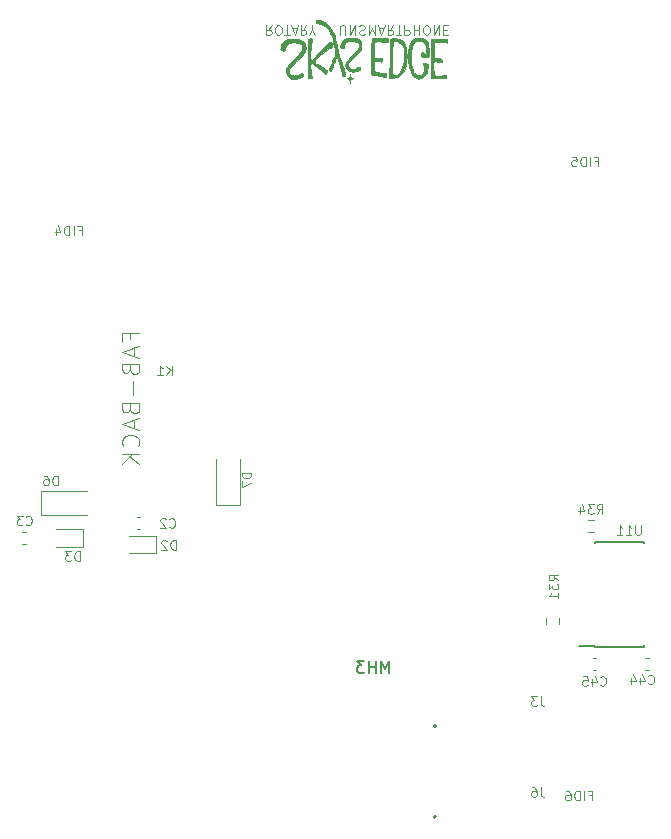
<source format=gbr>
G04 #@! TF.GenerationSoftware,KiCad,Pcbnew,8.0.8+dfsg-1*
G04 #@! TF.CreationDate,2025-03-16T16:51:26-04:00*
G04 #@! TF.ProjectId,RUST_Daughterboard,52555354-5f44-4617-9567-68746572626f,rev?*
G04 #@! TF.SameCoordinates,Original*
G04 #@! TF.FileFunction,Legend,Bot*
G04 #@! TF.FilePolarity,Positive*
%FSLAX46Y46*%
G04 Gerber Fmt 4.6, Leading zero omitted, Abs format (unit mm)*
G04 Created by KiCad (PCBNEW 8.0.8+dfsg-1) date 2025-03-16 16:51:26*
%MOMM*%
%LPD*%
G01*
G04 APERTURE LIST*
%ADD10C,0.120000*%
%ADD11C,0.150000*%
%ADD12C,0.010000*%
G04 APERTURE END LIST*
D10*
X145380953Y-70436144D02*
X145114286Y-70817097D01*
X144923810Y-70436144D02*
X144923810Y-71236144D01*
X144923810Y-71236144D02*
X145228572Y-71236144D01*
X145228572Y-71236144D02*
X145304762Y-71198049D01*
X145304762Y-71198049D02*
X145342857Y-71159954D01*
X145342857Y-71159954D02*
X145380953Y-71083763D01*
X145380953Y-71083763D02*
X145380953Y-70969478D01*
X145380953Y-70969478D02*
X145342857Y-70893287D01*
X145342857Y-70893287D02*
X145304762Y-70855192D01*
X145304762Y-70855192D02*
X145228572Y-70817097D01*
X145228572Y-70817097D02*
X144923810Y-70817097D01*
X145876191Y-71236144D02*
X146028572Y-71236144D01*
X146028572Y-71236144D02*
X146104762Y-71198049D01*
X146104762Y-71198049D02*
X146180953Y-71121859D01*
X146180953Y-71121859D02*
X146219048Y-70969478D01*
X146219048Y-70969478D02*
X146219048Y-70702811D01*
X146219048Y-70702811D02*
X146180953Y-70550430D01*
X146180953Y-70550430D02*
X146104762Y-70474240D01*
X146104762Y-70474240D02*
X146028572Y-70436144D01*
X146028572Y-70436144D02*
X145876191Y-70436144D01*
X145876191Y-70436144D02*
X145800000Y-70474240D01*
X145800000Y-70474240D02*
X145723810Y-70550430D01*
X145723810Y-70550430D02*
X145685714Y-70702811D01*
X145685714Y-70702811D02*
X145685714Y-70969478D01*
X145685714Y-70969478D02*
X145723810Y-71121859D01*
X145723810Y-71121859D02*
X145800000Y-71198049D01*
X145800000Y-71198049D02*
X145876191Y-71236144D01*
X146447619Y-71236144D02*
X146904762Y-71236144D01*
X146676190Y-70436144D02*
X146676190Y-71236144D01*
X147133333Y-70664716D02*
X147514286Y-70664716D01*
X147057143Y-70436144D02*
X147323810Y-71236144D01*
X147323810Y-71236144D02*
X147590476Y-70436144D01*
X148314286Y-70436144D02*
X148047619Y-70817097D01*
X147857143Y-70436144D02*
X147857143Y-71236144D01*
X147857143Y-71236144D02*
X148161905Y-71236144D01*
X148161905Y-71236144D02*
X148238095Y-71198049D01*
X148238095Y-71198049D02*
X148276190Y-71159954D01*
X148276190Y-71159954D02*
X148314286Y-71083763D01*
X148314286Y-71083763D02*
X148314286Y-70969478D01*
X148314286Y-70969478D02*
X148276190Y-70893287D01*
X148276190Y-70893287D02*
X148238095Y-70855192D01*
X148238095Y-70855192D02*
X148161905Y-70817097D01*
X148161905Y-70817097D02*
X147857143Y-70817097D01*
X148809524Y-70817097D02*
X148809524Y-70436144D01*
X148542857Y-71236144D02*
X148809524Y-70817097D01*
X148809524Y-70817097D02*
X149076190Y-71236144D01*
X151171429Y-71236144D02*
X151171429Y-70588525D01*
X151171429Y-70588525D02*
X151209524Y-70512335D01*
X151209524Y-70512335D02*
X151247619Y-70474240D01*
X151247619Y-70474240D02*
X151323810Y-70436144D01*
X151323810Y-70436144D02*
X151476191Y-70436144D01*
X151476191Y-70436144D02*
X151552381Y-70474240D01*
X151552381Y-70474240D02*
X151590476Y-70512335D01*
X151590476Y-70512335D02*
X151628572Y-70588525D01*
X151628572Y-70588525D02*
X151628572Y-71236144D01*
X152009524Y-70436144D02*
X152009524Y-71236144D01*
X152009524Y-71236144D02*
X152466667Y-70436144D01*
X152466667Y-70436144D02*
X152466667Y-71236144D01*
X152809523Y-70474240D02*
X152923809Y-70436144D01*
X152923809Y-70436144D02*
X153114285Y-70436144D01*
X153114285Y-70436144D02*
X153190476Y-70474240D01*
X153190476Y-70474240D02*
X153228571Y-70512335D01*
X153228571Y-70512335D02*
X153266666Y-70588525D01*
X153266666Y-70588525D02*
X153266666Y-70664716D01*
X153266666Y-70664716D02*
X153228571Y-70740906D01*
X153228571Y-70740906D02*
X153190476Y-70779001D01*
X153190476Y-70779001D02*
X153114285Y-70817097D01*
X153114285Y-70817097D02*
X152961904Y-70855192D01*
X152961904Y-70855192D02*
X152885714Y-70893287D01*
X152885714Y-70893287D02*
X152847619Y-70931382D01*
X152847619Y-70931382D02*
X152809523Y-71007573D01*
X152809523Y-71007573D02*
X152809523Y-71083763D01*
X152809523Y-71083763D02*
X152847619Y-71159954D01*
X152847619Y-71159954D02*
X152885714Y-71198049D01*
X152885714Y-71198049D02*
X152961904Y-71236144D01*
X152961904Y-71236144D02*
X153152381Y-71236144D01*
X153152381Y-71236144D02*
X153266666Y-71198049D01*
X153609524Y-70436144D02*
X153609524Y-71236144D01*
X153609524Y-71236144D02*
X153876190Y-70664716D01*
X153876190Y-70664716D02*
X154142857Y-71236144D01*
X154142857Y-71236144D02*
X154142857Y-70436144D01*
X154485714Y-70664716D02*
X154866667Y-70664716D01*
X154409524Y-70436144D02*
X154676191Y-71236144D01*
X154676191Y-71236144D02*
X154942857Y-70436144D01*
X155666667Y-70436144D02*
X155400000Y-70817097D01*
X155209524Y-70436144D02*
X155209524Y-71236144D01*
X155209524Y-71236144D02*
X155514286Y-71236144D01*
X155514286Y-71236144D02*
X155590476Y-71198049D01*
X155590476Y-71198049D02*
X155628571Y-71159954D01*
X155628571Y-71159954D02*
X155666667Y-71083763D01*
X155666667Y-71083763D02*
X155666667Y-70969478D01*
X155666667Y-70969478D02*
X155628571Y-70893287D01*
X155628571Y-70893287D02*
X155590476Y-70855192D01*
X155590476Y-70855192D02*
X155514286Y-70817097D01*
X155514286Y-70817097D02*
X155209524Y-70817097D01*
X155895238Y-71236144D02*
X156352381Y-71236144D01*
X156123809Y-70436144D02*
X156123809Y-71236144D01*
X156619048Y-70436144D02*
X156619048Y-71236144D01*
X156619048Y-71236144D02*
X156923810Y-71236144D01*
X156923810Y-71236144D02*
X157000000Y-71198049D01*
X157000000Y-71198049D02*
X157038095Y-71159954D01*
X157038095Y-71159954D02*
X157076191Y-71083763D01*
X157076191Y-71083763D02*
X157076191Y-70969478D01*
X157076191Y-70969478D02*
X157038095Y-70893287D01*
X157038095Y-70893287D02*
X157000000Y-70855192D01*
X157000000Y-70855192D02*
X156923810Y-70817097D01*
X156923810Y-70817097D02*
X156619048Y-70817097D01*
X157419048Y-70436144D02*
X157419048Y-71236144D01*
X157419048Y-70855192D02*
X157876191Y-70855192D01*
X157876191Y-70436144D02*
X157876191Y-71236144D01*
X158409524Y-71236144D02*
X158561905Y-71236144D01*
X158561905Y-71236144D02*
X158638095Y-71198049D01*
X158638095Y-71198049D02*
X158714286Y-71121859D01*
X158714286Y-71121859D02*
X158752381Y-70969478D01*
X158752381Y-70969478D02*
X158752381Y-70702811D01*
X158752381Y-70702811D02*
X158714286Y-70550430D01*
X158714286Y-70550430D02*
X158638095Y-70474240D01*
X158638095Y-70474240D02*
X158561905Y-70436144D01*
X158561905Y-70436144D02*
X158409524Y-70436144D01*
X158409524Y-70436144D02*
X158333333Y-70474240D01*
X158333333Y-70474240D02*
X158257143Y-70550430D01*
X158257143Y-70550430D02*
X158219047Y-70702811D01*
X158219047Y-70702811D02*
X158219047Y-70969478D01*
X158219047Y-70969478D02*
X158257143Y-71121859D01*
X158257143Y-71121859D02*
X158333333Y-71198049D01*
X158333333Y-71198049D02*
X158409524Y-71236144D01*
X159095238Y-70436144D02*
X159095238Y-71236144D01*
X159095238Y-71236144D02*
X159552381Y-70436144D01*
X159552381Y-70436144D02*
X159552381Y-71236144D01*
X159933333Y-70855192D02*
X160199999Y-70855192D01*
X160314285Y-70436144D02*
X159933333Y-70436144D01*
X159933333Y-70436144D02*
X159933333Y-71236144D01*
X159933333Y-71236144D02*
X160314285Y-71236144D01*
X133401974Y-97000000D02*
X133401974Y-96500000D01*
X134187688Y-96500000D02*
X132687688Y-96500000D01*
X132687688Y-96500000D02*
X132687688Y-97214286D01*
X133759117Y-97714286D02*
X133759117Y-98428572D01*
X134187688Y-97571429D02*
X132687688Y-98071429D01*
X132687688Y-98071429D02*
X134187688Y-98571429D01*
X133401974Y-99571428D02*
X133473402Y-99785714D01*
X133473402Y-99785714D02*
X133544831Y-99857143D01*
X133544831Y-99857143D02*
X133687688Y-99928571D01*
X133687688Y-99928571D02*
X133901974Y-99928571D01*
X133901974Y-99928571D02*
X134044831Y-99857143D01*
X134044831Y-99857143D02*
X134116260Y-99785714D01*
X134116260Y-99785714D02*
X134187688Y-99642857D01*
X134187688Y-99642857D02*
X134187688Y-99071428D01*
X134187688Y-99071428D02*
X132687688Y-99071428D01*
X132687688Y-99071428D02*
X132687688Y-99571428D01*
X132687688Y-99571428D02*
X132759117Y-99714286D01*
X132759117Y-99714286D02*
X132830545Y-99785714D01*
X132830545Y-99785714D02*
X132973402Y-99857143D01*
X132973402Y-99857143D02*
X133116260Y-99857143D01*
X133116260Y-99857143D02*
X133259117Y-99785714D01*
X133259117Y-99785714D02*
X133330545Y-99714286D01*
X133330545Y-99714286D02*
X133401974Y-99571428D01*
X133401974Y-99571428D02*
X133401974Y-99071428D01*
X133616260Y-100571428D02*
X133616260Y-101714286D01*
X133401974Y-102928571D02*
X133473402Y-103142857D01*
X133473402Y-103142857D02*
X133544831Y-103214286D01*
X133544831Y-103214286D02*
X133687688Y-103285714D01*
X133687688Y-103285714D02*
X133901974Y-103285714D01*
X133901974Y-103285714D02*
X134044831Y-103214286D01*
X134044831Y-103214286D02*
X134116260Y-103142857D01*
X134116260Y-103142857D02*
X134187688Y-103000000D01*
X134187688Y-103000000D02*
X134187688Y-102428571D01*
X134187688Y-102428571D02*
X132687688Y-102428571D01*
X132687688Y-102428571D02*
X132687688Y-102928571D01*
X132687688Y-102928571D02*
X132759117Y-103071429D01*
X132759117Y-103071429D02*
X132830545Y-103142857D01*
X132830545Y-103142857D02*
X132973402Y-103214286D01*
X132973402Y-103214286D02*
X133116260Y-103214286D01*
X133116260Y-103214286D02*
X133259117Y-103142857D01*
X133259117Y-103142857D02*
X133330545Y-103071429D01*
X133330545Y-103071429D02*
X133401974Y-102928571D01*
X133401974Y-102928571D02*
X133401974Y-102428571D01*
X133759117Y-103857143D02*
X133759117Y-104571429D01*
X134187688Y-103714286D02*
X132687688Y-104214286D01*
X132687688Y-104214286D02*
X134187688Y-104714286D01*
X134044831Y-106071428D02*
X134116260Y-106000000D01*
X134116260Y-106000000D02*
X134187688Y-105785714D01*
X134187688Y-105785714D02*
X134187688Y-105642857D01*
X134187688Y-105642857D02*
X134116260Y-105428571D01*
X134116260Y-105428571D02*
X133973402Y-105285714D01*
X133973402Y-105285714D02*
X133830545Y-105214285D01*
X133830545Y-105214285D02*
X133544831Y-105142857D01*
X133544831Y-105142857D02*
X133330545Y-105142857D01*
X133330545Y-105142857D02*
X133044831Y-105214285D01*
X133044831Y-105214285D02*
X132901974Y-105285714D01*
X132901974Y-105285714D02*
X132759117Y-105428571D01*
X132759117Y-105428571D02*
X132687688Y-105642857D01*
X132687688Y-105642857D02*
X132687688Y-105785714D01*
X132687688Y-105785714D02*
X132759117Y-106000000D01*
X132759117Y-106000000D02*
X132830545Y-106071428D01*
X134187688Y-106714285D02*
X132687688Y-106714285D01*
X134187688Y-107571428D02*
X133330545Y-106928571D01*
X132687688Y-107571428D02*
X133544831Y-106714285D01*
X129115475Y-115783855D02*
X129115475Y-114983855D01*
X129115475Y-114983855D02*
X128924999Y-114983855D01*
X128924999Y-114983855D02*
X128810713Y-115021950D01*
X128810713Y-115021950D02*
X128734523Y-115098140D01*
X128734523Y-115098140D02*
X128696428Y-115174331D01*
X128696428Y-115174331D02*
X128658332Y-115326712D01*
X128658332Y-115326712D02*
X128658332Y-115440998D01*
X128658332Y-115440998D02*
X128696428Y-115593379D01*
X128696428Y-115593379D02*
X128734523Y-115669569D01*
X128734523Y-115669569D02*
X128810713Y-115745760D01*
X128810713Y-115745760D02*
X128924999Y-115783855D01*
X128924999Y-115783855D02*
X129115475Y-115783855D01*
X128391666Y-114983855D02*
X127896428Y-114983855D01*
X127896428Y-114983855D02*
X128163094Y-115288617D01*
X128163094Y-115288617D02*
X128048809Y-115288617D01*
X128048809Y-115288617D02*
X127972618Y-115326712D01*
X127972618Y-115326712D02*
X127934523Y-115364807D01*
X127934523Y-115364807D02*
X127896428Y-115440998D01*
X127896428Y-115440998D02*
X127896428Y-115631474D01*
X127896428Y-115631474D02*
X127934523Y-115707664D01*
X127934523Y-115707664D02*
X127972618Y-115745760D01*
X127972618Y-115745760D02*
X128048809Y-115783855D01*
X128048809Y-115783855D02*
X128277380Y-115783855D01*
X128277380Y-115783855D02*
X128353571Y-115745760D01*
X128353571Y-115745760D02*
X128391666Y-115707664D01*
X168166666Y-134963855D02*
X168166666Y-135535283D01*
X168166666Y-135535283D02*
X168204761Y-135649569D01*
X168204761Y-135649569D02*
X168280952Y-135725760D01*
X168280952Y-135725760D02*
X168395237Y-135763855D01*
X168395237Y-135763855D02*
X168471428Y-135763855D01*
X167442856Y-134963855D02*
X167595237Y-134963855D01*
X167595237Y-134963855D02*
X167671428Y-135001950D01*
X167671428Y-135001950D02*
X167709523Y-135040045D01*
X167709523Y-135040045D02*
X167785713Y-135154331D01*
X167785713Y-135154331D02*
X167823809Y-135306712D01*
X167823809Y-135306712D02*
X167823809Y-135611474D01*
X167823809Y-135611474D02*
X167785713Y-135687664D01*
X167785713Y-135687664D02*
X167747618Y-135725760D01*
X167747618Y-135725760D02*
X167671428Y-135763855D01*
X167671428Y-135763855D02*
X167519047Y-135763855D01*
X167519047Y-135763855D02*
X167442856Y-135725760D01*
X167442856Y-135725760D02*
X167404761Y-135687664D01*
X167404761Y-135687664D02*
X167366666Y-135611474D01*
X167366666Y-135611474D02*
X167366666Y-135420998D01*
X167366666Y-135420998D02*
X167404761Y-135344807D01*
X167404761Y-135344807D02*
X167442856Y-135306712D01*
X167442856Y-135306712D02*
X167519047Y-135268617D01*
X167519047Y-135268617D02*
X167671428Y-135268617D01*
X167671428Y-135268617D02*
X167747618Y-135306712D01*
X167747618Y-135306712D02*
X167785713Y-135344807D01*
X167785713Y-135344807D02*
X167823809Y-135420998D01*
X137265475Y-114833855D02*
X137265475Y-114033855D01*
X137265475Y-114033855D02*
X137074999Y-114033855D01*
X137074999Y-114033855D02*
X136960713Y-114071950D01*
X136960713Y-114071950D02*
X136884523Y-114148140D01*
X136884523Y-114148140D02*
X136846428Y-114224331D01*
X136846428Y-114224331D02*
X136808332Y-114376712D01*
X136808332Y-114376712D02*
X136808332Y-114490998D01*
X136808332Y-114490998D02*
X136846428Y-114643379D01*
X136846428Y-114643379D02*
X136884523Y-114719569D01*
X136884523Y-114719569D02*
X136960713Y-114795760D01*
X136960713Y-114795760D02*
X137074999Y-114833855D01*
X137074999Y-114833855D02*
X137265475Y-114833855D01*
X136503571Y-114110045D02*
X136465475Y-114071950D01*
X136465475Y-114071950D02*
X136389285Y-114033855D01*
X136389285Y-114033855D02*
X136198809Y-114033855D01*
X136198809Y-114033855D02*
X136122618Y-114071950D01*
X136122618Y-114071950D02*
X136084523Y-114110045D01*
X136084523Y-114110045D02*
X136046428Y-114186236D01*
X136046428Y-114186236D02*
X136046428Y-114262426D01*
X136046428Y-114262426D02*
X136084523Y-114376712D01*
X136084523Y-114376712D02*
X136541666Y-114833855D01*
X136541666Y-114833855D02*
X136046428Y-114833855D01*
X172783142Y-81944807D02*
X173049808Y-81944807D01*
X173049808Y-82363855D02*
X173049808Y-81563855D01*
X173049808Y-81563855D02*
X172668856Y-81563855D01*
X172364094Y-82363855D02*
X172364094Y-81563855D01*
X171983142Y-82363855D02*
X171983142Y-81563855D01*
X171983142Y-81563855D02*
X171792666Y-81563855D01*
X171792666Y-81563855D02*
X171678380Y-81601950D01*
X171678380Y-81601950D02*
X171602190Y-81678140D01*
X171602190Y-81678140D02*
X171564095Y-81754331D01*
X171564095Y-81754331D02*
X171525999Y-81906712D01*
X171525999Y-81906712D02*
X171525999Y-82020998D01*
X171525999Y-82020998D02*
X171564095Y-82173379D01*
X171564095Y-82173379D02*
X171602190Y-82249569D01*
X171602190Y-82249569D02*
X171678380Y-82325760D01*
X171678380Y-82325760D02*
X171792666Y-82363855D01*
X171792666Y-82363855D02*
X171983142Y-82363855D01*
X170802190Y-81563855D02*
X171183142Y-81563855D01*
X171183142Y-81563855D02*
X171221238Y-81944807D01*
X171221238Y-81944807D02*
X171183142Y-81906712D01*
X171183142Y-81906712D02*
X171106952Y-81868617D01*
X171106952Y-81868617D02*
X170916476Y-81868617D01*
X170916476Y-81868617D02*
X170840285Y-81906712D01*
X170840285Y-81906712D02*
X170802190Y-81944807D01*
X170802190Y-81944807D02*
X170764095Y-82020998D01*
X170764095Y-82020998D02*
X170764095Y-82211474D01*
X170764095Y-82211474D02*
X170802190Y-82287664D01*
X170802190Y-82287664D02*
X170840285Y-82325760D01*
X170840285Y-82325760D02*
X170916476Y-82363855D01*
X170916476Y-82363855D02*
X171106952Y-82363855D01*
X171106952Y-82363855D02*
X171183142Y-82325760D01*
X171183142Y-82325760D02*
X171221238Y-82287664D01*
X136733332Y-112907664D02*
X136771428Y-112945760D01*
X136771428Y-112945760D02*
X136885713Y-112983855D01*
X136885713Y-112983855D02*
X136961904Y-112983855D01*
X136961904Y-112983855D02*
X137076190Y-112945760D01*
X137076190Y-112945760D02*
X137152380Y-112869569D01*
X137152380Y-112869569D02*
X137190475Y-112793379D01*
X137190475Y-112793379D02*
X137228571Y-112640998D01*
X137228571Y-112640998D02*
X137228571Y-112526712D01*
X137228571Y-112526712D02*
X137190475Y-112374331D01*
X137190475Y-112374331D02*
X137152380Y-112298140D01*
X137152380Y-112298140D02*
X137076190Y-112221950D01*
X137076190Y-112221950D02*
X136961904Y-112183855D01*
X136961904Y-112183855D02*
X136885713Y-112183855D01*
X136885713Y-112183855D02*
X136771428Y-112221950D01*
X136771428Y-112221950D02*
X136733332Y-112260045D01*
X136428571Y-112260045D02*
X136390475Y-112221950D01*
X136390475Y-112221950D02*
X136314285Y-112183855D01*
X136314285Y-112183855D02*
X136123809Y-112183855D01*
X136123809Y-112183855D02*
X136047618Y-112221950D01*
X136047618Y-112221950D02*
X136009523Y-112260045D01*
X136009523Y-112260045D02*
X135971428Y-112336236D01*
X135971428Y-112336236D02*
X135971428Y-112412426D01*
X135971428Y-112412426D02*
X136009523Y-112526712D01*
X136009523Y-112526712D02*
X136466666Y-112983855D01*
X136466666Y-112983855D02*
X135971428Y-112983855D01*
X129057142Y-87782807D02*
X129323808Y-87782807D01*
X129323808Y-88201855D02*
X129323808Y-87401855D01*
X129323808Y-87401855D02*
X128942856Y-87401855D01*
X128638094Y-88201855D02*
X128638094Y-87401855D01*
X128257142Y-88201855D02*
X128257142Y-87401855D01*
X128257142Y-87401855D02*
X128066666Y-87401855D01*
X128066666Y-87401855D02*
X127952380Y-87439950D01*
X127952380Y-87439950D02*
X127876190Y-87516140D01*
X127876190Y-87516140D02*
X127838095Y-87592331D01*
X127838095Y-87592331D02*
X127799999Y-87744712D01*
X127799999Y-87744712D02*
X127799999Y-87858998D01*
X127799999Y-87858998D02*
X127838095Y-88011379D01*
X127838095Y-88011379D02*
X127876190Y-88087569D01*
X127876190Y-88087569D02*
X127952380Y-88163760D01*
X127952380Y-88163760D02*
X128066666Y-88201855D01*
X128066666Y-88201855D02*
X128257142Y-88201855D01*
X127114285Y-87668521D02*
X127114285Y-88201855D01*
X127304761Y-87363760D02*
X127495238Y-87935188D01*
X127495238Y-87935188D02*
X126999999Y-87935188D01*
X124558332Y-112682664D02*
X124596428Y-112720760D01*
X124596428Y-112720760D02*
X124710713Y-112758855D01*
X124710713Y-112758855D02*
X124786904Y-112758855D01*
X124786904Y-112758855D02*
X124901190Y-112720760D01*
X124901190Y-112720760D02*
X124977380Y-112644569D01*
X124977380Y-112644569D02*
X125015475Y-112568379D01*
X125015475Y-112568379D02*
X125053571Y-112415998D01*
X125053571Y-112415998D02*
X125053571Y-112301712D01*
X125053571Y-112301712D02*
X125015475Y-112149331D01*
X125015475Y-112149331D02*
X124977380Y-112073140D01*
X124977380Y-112073140D02*
X124901190Y-111996950D01*
X124901190Y-111996950D02*
X124786904Y-111958855D01*
X124786904Y-111958855D02*
X124710713Y-111958855D01*
X124710713Y-111958855D02*
X124596428Y-111996950D01*
X124596428Y-111996950D02*
X124558332Y-112035045D01*
X124291666Y-111958855D02*
X123796428Y-111958855D01*
X123796428Y-111958855D02*
X124063094Y-112263617D01*
X124063094Y-112263617D02*
X123948809Y-112263617D01*
X123948809Y-112263617D02*
X123872618Y-112301712D01*
X123872618Y-112301712D02*
X123834523Y-112339807D01*
X123834523Y-112339807D02*
X123796428Y-112415998D01*
X123796428Y-112415998D02*
X123796428Y-112606474D01*
X123796428Y-112606474D02*
X123834523Y-112682664D01*
X123834523Y-112682664D02*
X123872618Y-112720760D01*
X123872618Y-112720760D02*
X123948809Y-112758855D01*
X123948809Y-112758855D02*
X124177380Y-112758855D01*
X124177380Y-112758855D02*
X124253571Y-112720760D01*
X124253571Y-112720760D02*
X124291666Y-112682664D01*
X168166666Y-127263855D02*
X168166666Y-127835283D01*
X168166666Y-127835283D02*
X168204761Y-127949569D01*
X168204761Y-127949569D02*
X168280952Y-128025760D01*
X168280952Y-128025760D02*
X168395237Y-128063855D01*
X168395237Y-128063855D02*
X168471428Y-128063855D01*
X167861904Y-127263855D02*
X167366666Y-127263855D01*
X167366666Y-127263855D02*
X167633332Y-127568617D01*
X167633332Y-127568617D02*
X167519047Y-127568617D01*
X167519047Y-127568617D02*
X167442856Y-127606712D01*
X167442856Y-127606712D02*
X167404761Y-127644807D01*
X167404761Y-127644807D02*
X167366666Y-127720998D01*
X167366666Y-127720998D02*
X167366666Y-127911474D01*
X167366666Y-127911474D02*
X167404761Y-127987664D01*
X167404761Y-127987664D02*
X167442856Y-128025760D01*
X167442856Y-128025760D02*
X167519047Y-128063855D01*
X167519047Y-128063855D02*
X167747618Y-128063855D01*
X167747618Y-128063855D02*
X167823809Y-128025760D01*
X167823809Y-128025760D02*
X167861904Y-127987664D01*
X136932475Y-100057855D02*
X136932475Y-99257855D01*
X136475332Y-100057855D02*
X136818190Y-99600712D01*
X136475332Y-99257855D02*
X136932475Y-99714998D01*
X135713428Y-100057855D02*
X136170571Y-100057855D01*
X135941999Y-100057855D02*
X135941999Y-99257855D01*
X135941999Y-99257855D02*
X136018190Y-99372140D01*
X136018190Y-99372140D02*
X136094380Y-99448331D01*
X136094380Y-99448331D02*
X136170571Y-99486426D01*
X127265475Y-109363855D02*
X127265475Y-108563855D01*
X127265475Y-108563855D02*
X127074999Y-108563855D01*
X127074999Y-108563855D02*
X126960713Y-108601950D01*
X126960713Y-108601950D02*
X126884523Y-108678140D01*
X126884523Y-108678140D02*
X126846428Y-108754331D01*
X126846428Y-108754331D02*
X126808332Y-108906712D01*
X126808332Y-108906712D02*
X126808332Y-109020998D01*
X126808332Y-109020998D02*
X126846428Y-109173379D01*
X126846428Y-109173379D02*
X126884523Y-109249569D01*
X126884523Y-109249569D02*
X126960713Y-109325760D01*
X126960713Y-109325760D02*
X127074999Y-109363855D01*
X127074999Y-109363855D02*
X127265475Y-109363855D01*
X126122618Y-108563855D02*
X126274999Y-108563855D01*
X126274999Y-108563855D02*
X126351190Y-108601950D01*
X126351190Y-108601950D02*
X126389285Y-108640045D01*
X126389285Y-108640045D02*
X126465475Y-108754331D01*
X126465475Y-108754331D02*
X126503571Y-108906712D01*
X126503571Y-108906712D02*
X126503571Y-109211474D01*
X126503571Y-109211474D02*
X126465475Y-109287664D01*
X126465475Y-109287664D02*
X126427380Y-109325760D01*
X126427380Y-109325760D02*
X126351190Y-109363855D01*
X126351190Y-109363855D02*
X126198809Y-109363855D01*
X126198809Y-109363855D02*
X126122618Y-109325760D01*
X126122618Y-109325760D02*
X126084523Y-109287664D01*
X126084523Y-109287664D02*
X126046428Y-109211474D01*
X126046428Y-109211474D02*
X126046428Y-109020998D01*
X126046428Y-109020998D02*
X126084523Y-108944807D01*
X126084523Y-108944807D02*
X126122618Y-108906712D01*
X126122618Y-108906712D02*
X126198809Y-108868617D01*
X126198809Y-108868617D02*
X126351190Y-108868617D01*
X126351190Y-108868617D02*
X126427380Y-108906712D01*
X126427380Y-108906712D02*
X126465475Y-108944807D01*
X126465475Y-108944807D02*
X126503571Y-109020998D01*
X169643855Y-117435714D02*
X169262902Y-117169047D01*
X169643855Y-116978571D02*
X168843855Y-116978571D01*
X168843855Y-116978571D02*
X168843855Y-117283333D01*
X168843855Y-117283333D02*
X168881950Y-117359523D01*
X168881950Y-117359523D02*
X168920045Y-117397618D01*
X168920045Y-117397618D02*
X168996236Y-117435714D01*
X168996236Y-117435714D02*
X169110521Y-117435714D01*
X169110521Y-117435714D02*
X169186712Y-117397618D01*
X169186712Y-117397618D02*
X169224807Y-117359523D01*
X169224807Y-117359523D02*
X169262902Y-117283333D01*
X169262902Y-117283333D02*
X169262902Y-116978571D01*
X168843855Y-117702380D02*
X168843855Y-118197618D01*
X168843855Y-118197618D02*
X169148617Y-117930952D01*
X169148617Y-117930952D02*
X169148617Y-118045237D01*
X169148617Y-118045237D02*
X169186712Y-118121428D01*
X169186712Y-118121428D02*
X169224807Y-118159523D01*
X169224807Y-118159523D02*
X169300998Y-118197618D01*
X169300998Y-118197618D02*
X169491474Y-118197618D01*
X169491474Y-118197618D02*
X169567664Y-118159523D01*
X169567664Y-118159523D02*
X169605760Y-118121428D01*
X169605760Y-118121428D02*
X169643855Y-118045237D01*
X169643855Y-118045237D02*
X169643855Y-117816666D01*
X169643855Y-117816666D02*
X169605760Y-117740475D01*
X169605760Y-117740475D02*
X169567664Y-117702380D01*
X169643855Y-118959523D02*
X169643855Y-118502380D01*
X169643855Y-118730952D02*
X168843855Y-118730952D01*
X168843855Y-118730952D02*
X168958140Y-118654761D01*
X168958140Y-118654761D02*
X169034331Y-118578571D01*
X169034331Y-118578571D02*
X169072426Y-118502380D01*
X143661855Y-108309524D02*
X142861855Y-108309524D01*
X142861855Y-108309524D02*
X142861855Y-108500000D01*
X142861855Y-108500000D02*
X142899950Y-108614286D01*
X142899950Y-108614286D02*
X142976140Y-108690476D01*
X142976140Y-108690476D02*
X143052331Y-108728571D01*
X143052331Y-108728571D02*
X143204712Y-108766667D01*
X143204712Y-108766667D02*
X143318998Y-108766667D01*
X143318998Y-108766667D02*
X143471379Y-108728571D01*
X143471379Y-108728571D02*
X143547569Y-108690476D01*
X143547569Y-108690476D02*
X143623760Y-108614286D01*
X143623760Y-108614286D02*
X143661855Y-108500000D01*
X143661855Y-108500000D02*
X143661855Y-108309524D01*
X142861855Y-109033333D02*
X142861855Y-109566667D01*
X142861855Y-109566667D02*
X143661855Y-109223809D01*
D11*
X155333332Y-125254819D02*
X155333332Y-124254819D01*
X155333332Y-124254819D02*
X154999999Y-124969104D01*
X154999999Y-124969104D02*
X154666666Y-124254819D01*
X154666666Y-124254819D02*
X154666666Y-125254819D01*
X154190475Y-125254819D02*
X154190475Y-124254819D01*
X154190475Y-124731009D02*
X153619047Y-124731009D01*
X153619047Y-125254819D02*
X153619047Y-124254819D01*
X153238094Y-124254819D02*
X152619047Y-124254819D01*
X152619047Y-124254819D02*
X152952380Y-124635771D01*
X152952380Y-124635771D02*
X152809523Y-124635771D01*
X152809523Y-124635771D02*
X152714285Y-124683390D01*
X152714285Y-124683390D02*
X152666666Y-124731009D01*
X152666666Y-124731009D02*
X152619047Y-124826247D01*
X152619047Y-124826247D02*
X152619047Y-125064342D01*
X152619047Y-125064342D02*
X152666666Y-125159580D01*
X152666666Y-125159580D02*
X152714285Y-125207200D01*
X152714285Y-125207200D02*
X152809523Y-125254819D01*
X152809523Y-125254819D02*
X153095237Y-125254819D01*
X153095237Y-125254819D02*
X153190475Y-125207200D01*
X153190475Y-125207200D02*
X153238094Y-125159580D01*
D10*
X172914285Y-111783855D02*
X173180952Y-111402902D01*
X173371428Y-111783855D02*
X173371428Y-110983855D01*
X173371428Y-110983855D02*
X173066666Y-110983855D01*
X173066666Y-110983855D02*
X172990476Y-111021950D01*
X172990476Y-111021950D02*
X172952381Y-111060045D01*
X172952381Y-111060045D02*
X172914285Y-111136236D01*
X172914285Y-111136236D02*
X172914285Y-111250521D01*
X172914285Y-111250521D02*
X172952381Y-111326712D01*
X172952381Y-111326712D02*
X172990476Y-111364807D01*
X172990476Y-111364807D02*
X173066666Y-111402902D01*
X173066666Y-111402902D02*
X173371428Y-111402902D01*
X172647619Y-110983855D02*
X172152381Y-110983855D01*
X172152381Y-110983855D02*
X172419047Y-111288617D01*
X172419047Y-111288617D02*
X172304762Y-111288617D01*
X172304762Y-111288617D02*
X172228571Y-111326712D01*
X172228571Y-111326712D02*
X172190476Y-111364807D01*
X172190476Y-111364807D02*
X172152381Y-111440998D01*
X172152381Y-111440998D02*
X172152381Y-111631474D01*
X172152381Y-111631474D02*
X172190476Y-111707664D01*
X172190476Y-111707664D02*
X172228571Y-111745760D01*
X172228571Y-111745760D02*
X172304762Y-111783855D01*
X172304762Y-111783855D02*
X172533333Y-111783855D01*
X172533333Y-111783855D02*
X172609524Y-111745760D01*
X172609524Y-111745760D02*
X172647619Y-111707664D01*
X171466666Y-111250521D02*
X171466666Y-111783855D01*
X171657142Y-110945760D02*
X171847619Y-111517188D01*
X171847619Y-111517188D02*
X171352380Y-111517188D01*
X177264285Y-126157664D02*
X177302381Y-126195760D01*
X177302381Y-126195760D02*
X177416666Y-126233855D01*
X177416666Y-126233855D02*
X177492857Y-126233855D01*
X177492857Y-126233855D02*
X177607143Y-126195760D01*
X177607143Y-126195760D02*
X177683333Y-126119569D01*
X177683333Y-126119569D02*
X177721428Y-126043379D01*
X177721428Y-126043379D02*
X177759524Y-125890998D01*
X177759524Y-125890998D02*
X177759524Y-125776712D01*
X177759524Y-125776712D02*
X177721428Y-125624331D01*
X177721428Y-125624331D02*
X177683333Y-125548140D01*
X177683333Y-125548140D02*
X177607143Y-125471950D01*
X177607143Y-125471950D02*
X177492857Y-125433855D01*
X177492857Y-125433855D02*
X177416666Y-125433855D01*
X177416666Y-125433855D02*
X177302381Y-125471950D01*
X177302381Y-125471950D02*
X177264285Y-125510045D01*
X176578571Y-125700521D02*
X176578571Y-126233855D01*
X176769047Y-125395760D02*
X176959524Y-125967188D01*
X176959524Y-125967188D02*
X176464285Y-125967188D01*
X175816666Y-125700521D02*
X175816666Y-126233855D01*
X176007142Y-125395760D02*
X176197619Y-125967188D01*
X176197619Y-125967188D02*
X175702380Y-125967188D01*
X173214285Y-126267664D02*
X173252381Y-126305760D01*
X173252381Y-126305760D02*
X173366666Y-126343855D01*
X173366666Y-126343855D02*
X173442857Y-126343855D01*
X173442857Y-126343855D02*
X173557143Y-126305760D01*
X173557143Y-126305760D02*
X173633333Y-126229569D01*
X173633333Y-126229569D02*
X173671428Y-126153379D01*
X173671428Y-126153379D02*
X173709524Y-126000998D01*
X173709524Y-126000998D02*
X173709524Y-125886712D01*
X173709524Y-125886712D02*
X173671428Y-125734331D01*
X173671428Y-125734331D02*
X173633333Y-125658140D01*
X173633333Y-125658140D02*
X173557143Y-125581950D01*
X173557143Y-125581950D02*
X173442857Y-125543855D01*
X173442857Y-125543855D02*
X173366666Y-125543855D01*
X173366666Y-125543855D02*
X173252381Y-125581950D01*
X173252381Y-125581950D02*
X173214285Y-125620045D01*
X172528571Y-125810521D02*
X172528571Y-126343855D01*
X172719047Y-125505760D02*
X172909524Y-126077188D01*
X172909524Y-126077188D02*
X172414285Y-126077188D01*
X171728571Y-125543855D02*
X172109523Y-125543855D01*
X172109523Y-125543855D02*
X172147619Y-125924807D01*
X172147619Y-125924807D02*
X172109523Y-125886712D01*
X172109523Y-125886712D02*
X172033333Y-125848617D01*
X172033333Y-125848617D02*
X171842857Y-125848617D01*
X171842857Y-125848617D02*
X171766666Y-125886712D01*
X171766666Y-125886712D02*
X171728571Y-125924807D01*
X171728571Y-125924807D02*
X171690476Y-126000998D01*
X171690476Y-126000998D02*
X171690476Y-126191474D01*
X171690476Y-126191474D02*
X171728571Y-126267664D01*
X171728571Y-126267664D02*
X171766666Y-126305760D01*
X171766666Y-126305760D02*
X171842857Y-126343855D01*
X171842857Y-126343855D02*
X172033333Y-126343855D01*
X172033333Y-126343855D02*
X172109523Y-126305760D01*
X172109523Y-126305760D02*
X172147619Y-126267664D01*
X172257142Y-135644807D02*
X172523808Y-135644807D01*
X172523808Y-136063855D02*
X172523808Y-135263855D01*
X172523808Y-135263855D02*
X172142856Y-135263855D01*
X171838094Y-136063855D02*
X171838094Y-135263855D01*
X171457142Y-136063855D02*
X171457142Y-135263855D01*
X171457142Y-135263855D02*
X171266666Y-135263855D01*
X171266666Y-135263855D02*
X171152380Y-135301950D01*
X171152380Y-135301950D02*
X171076190Y-135378140D01*
X171076190Y-135378140D02*
X171038095Y-135454331D01*
X171038095Y-135454331D02*
X170999999Y-135606712D01*
X170999999Y-135606712D02*
X170999999Y-135720998D01*
X170999999Y-135720998D02*
X171038095Y-135873379D01*
X171038095Y-135873379D02*
X171076190Y-135949569D01*
X171076190Y-135949569D02*
X171152380Y-136025760D01*
X171152380Y-136025760D02*
X171266666Y-136063855D01*
X171266666Y-136063855D02*
X171457142Y-136063855D01*
X170314285Y-135263855D02*
X170466666Y-135263855D01*
X170466666Y-135263855D02*
X170542857Y-135301950D01*
X170542857Y-135301950D02*
X170580952Y-135340045D01*
X170580952Y-135340045D02*
X170657142Y-135454331D01*
X170657142Y-135454331D02*
X170695238Y-135606712D01*
X170695238Y-135606712D02*
X170695238Y-135911474D01*
X170695238Y-135911474D02*
X170657142Y-135987664D01*
X170657142Y-135987664D02*
X170619047Y-136025760D01*
X170619047Y-136025760D02*
X170542857Y-136063855D01*
X170542857Y-136063855D02*
X170390476Y-136063855D01*
X170390476Y-136063855D02*
X170314285Y-136025760D01*
X170314285Y-136025760D02*
X170276190Y-135987664D01*
X170276190Y-135987664D02*
X170238095Y-135911474D01*
X170238095Y-135911474D02*
X170238095Y-135720998D01*
X170238095Y-135720998D02*
X170276190Y-135644807D01*
X170276190Y-135644807D02*
X170314285Y-135606712D01*
X170314285Y-135606712D02*
X170390476Y-135568617D01*
X170390476Y-135568617D02*
X170542857Y-135568617D01*
X170542857Y-135568617D02*
X170619047Y-135606712D01*
X170619047Y-135606712D02*
X170657142Y-135644807D01*
X170657142Y-135644807D02*
X170695238Y-135720998D01*
X176640475Y-112763855D02*
X176640475Y-113411474D01*
X176640475Y-113411474D02*
X176602380Y-113487664D01*
X176602380Y-113487664D02*
X176564285Y-113525760D01*
X176564285Y-113525760D02*
X176488094Y-113563855D01*
X176488094Y-113563855D02*
X176335713Y-113563855D01*
X176335713Y-113563855D02*
X176259523Y-113525760D01*
X176259523Y-113525760D02*
X176221428Y-113487664D01*
X176221428Y-113487664D02*
X176183332Y-113411474D01*
X176183332Y-113411474D02*
X176183332Y-112763855D01*
X175383333Y-113563855D02*
X175840476Y-113563855D01*
X175611904Y-113563855D02*
X175611904Y-112763855D01*
X175611904Y-112763855D02*
X175688095Y-112878140D01*
X175688095Y-112878140D02*
X175764285Y-112954331D01*
X175764285Y-112954331D02*
X175840476Y-112992426D01*
X174621428Y-113563855D02*
X175078571Y-113563855D01*
X174849999Y-113563855D02*
X174849999Y-112763855D01*
X174849999Y-112763855D02*
X174926190Y-112878140D01*
X174926190Y-112878140D02*
X175002380Y-112954331D01*
X175002380Y-112954331D02*
X175078571Y-112992426D01*
X127125000Y-113115000D02*
X129410000Y-113115000D01*
X129410000Y-113115000D02*
X129410000Y-114585000D01*
X129410000Y-114585000D02*
X127125000Y-114585000D01*
D11*
X159311803Y-137450000D02*
G75*
G02*
X159088197Y-137450000I-111803J0D01*
G01*
X159088197Y-137450000D02*
G75*
G02*
X159311803Y-137450000I111803J0D01*
G01*
D10*
X133275000Y-113665000D02*
X135560000Y-113665000D01*
X135560000Y-113665000D02*
X135560000Y-115135000D01*
X135560000Y-115135000D02*
X133275000Y-115135000D01*
X134240580Y-112040000D02*
X133959420Y-112040000D01*
X134240580Y-113060000D02*
X133959420Y-113060000D01*
X124565580Y-113315000D02*
X124284420Y-113315000D01*
X124565580Y-114335000D02*
X124284420Y-114335000D01*
D11*
X159311803Y-129750000D02*
G75*
G02*
X159088197Y-129750000I-111803J0D01*
G01*
X159088197Y-129750000D02*
G75*
G02*
X159311803Y-129750000I111803J0D01*
G01*
D10*
X125850000Y-109900000D02*
X129750000Y-109900000D01*
X125850000Y-111900000D02*
X125850000Y-109900000D01*
X125850000Y-111900000D02*
X129750000Y-111900000D01*
X168627500Y-121087258D02*
X168627500Y-120612742D01*
X169672500Y-121087258D02*
X169672500Y-120612742D01*
X140700000Y-111050000D02*
X140700000Y-107150000D01*
X142700000Y-111050000D02*
X140700000Y-111050000D01*
X142700000Y-111050000D02*
X142700000Y-107150000D01*
D12*
X152026475Y-74559764D02*
X152040941Y-74621877D01*
X152054241Y-74717248D01*
X152055128Y-74725484D01*
X152066343Y-74811758D01*
X152081873Y-74857960D01*
X152110534Y-74877982D01*
X152161141Y-74885716D01*
X152211753Y-74895635D01*
X152247211Y-74916659D01*
X152241108Y-74937062D01*
X152188750Y-74946510D01*
X152131990Y-74952890D01*
X152084885Y-74982662D01*
X152055165Y-75046516D01*
X152035052Y-75155005D01*
X152013220Y-75318804D01*
X151991199Y-75153152D01*
X151973463Y-75050600D01*
X151947519Y-74985783D01*
X151906350Y-74954755D01*
X151842012Y-74946510D01*
X151806543Y-74942242D01*
X151793404Y-74925112D01*
X151822360Y-74902339D01*
X151887643Y-74882069D01*
X151922138Y-74870359D01*
X151968748Y-74823532D01*
X151994487Y-74738085D01*
X152002391Y-74606730D01*
X152004682Y-74557980D01*
X152013503Y-74536576D01*
X152026475Y-74559764D01*
G36*
X152026475Y-74559764D02*
G01*
X152040941Y-74621877D01*
X152054241Y-74717248D01*
X152055128Y-74725484D01*
X152066343Y-74811758D01*
X152081873Y-74857960D01*
X152110534Y-74877982D01*
X152161141Y-74885716D01*
X152211753Y-74895635D01*
X152247211Y-74916659D01*
X152241108Y-74937062D01*
X152188750Y-74946510D01*
X152131990Y-74952890D01*
X152084885Y-74982662D01*
X152055165Y-75046516D01*
X152035052Y-75155005D01*
X152013220Y-75318804D01*
X151991199Y-75153152D01*
X151973463Y-75050600D01*
X151947519Y-74985783D01*
X151906350Y-74954755D01*
X151842012Y-74946510D01*
X151806543Y-74942242D01*
X151793404Y-74925112D01*
X151822360Y-74902339D01*
X151887643Y-74882069D01*
X151922138Y-74870359D01*
X151968748Y-74823532D01*
X151994487Y-74738085D01*
X152002391Y-74606730D01*
X152004682Y-74557980D01*
X152013503Y-74536576D01*
X152026475Y-74559764D01*
G37*
X152079005Y-71511031D02*
X152247525Y-71519302D01*
X152403271Y-71533667D01*
X152526956Y-71553367D01*
X152690512Y-71611813D01*
X152827874Y-71712215D01*
X152925831Y-71847498D01*
X152980794Y-72012623D01*
X152989176Y-72202549D01*
X152983589Y-72258103D01*
X152960771Y-72378107D01*
X152920121Y-72489120D01*
X152856304Y-72599478D01*
X152763988Y-72717516D01*
X152637837Y-72851570D01*
X152472518Y-73009977D01*
X152463801Y-73018074D01*
X152302117Y-73168869D01*
X152175794Y-73288350D01*
X152079488Y-73381969D01*
X152007855Y-73455182D01*
X151955551Y-73513440D01*
X151917231Y-73562198D01*
X151887551Y-73606909D01*
X151865757Y-73649147D01*
X151838382Y-73772289D01*
X151855616Y-73894722D01*
X151913760Y-74002052D01*
X152009114Y-74079890D01*
X152099415Y-74111611D01*
X152246306Y-74125819D01*
X152407283Y-74109408D01*
X152565603Y-74064467D01*
X152704524Y-73993086D01*
X152734445Y-73974141D01*
X152796195Y-73944105D01*
X152832550Y-73939543D01*
X152839044Y-73947423D01*
X152852786Y-73997823D01*
X152858260Y-74074344D01*
X152858260Y-74193256D01*
X152644293Y-74272351D01*
X152627215Y-74278535D01*
X152441121Y-74330019D01*
X152263866Y-74351824D01*
X152107635Y-74343367D01*
X151984614Y-74304060D01*
X151873106Y-74226926D01*
X151751697Y-74100190D01*
X151664505Y-73957529D01*
X151664424Y-73957346D01*
X151632922Y-73862067D01*
X151625565Y-73766137D01*
X151645013Y-73664661D01*
X151693927Y-73552741D01*
X151774965Y-73425479D01*
X151890788Y-73277979D01*
X152044056Y-73105342D01*
X152237428Y-72902672D01*
X152279112Y-72859800D01*
X152403435Y-72729360D01*
X152514824Y-72608778D01*
X152606748Y-72505346D01*
X152672677Y-72426361D01*
X152706082Y-72379117D01*
X152739773Y-72287822D01*
X152756120Y-72160543D01*
X152743648Y-72038803D01*
X152702528Y-71943486D01*
X152620200Y-71871664D01*
X152488893Y-71815507D01*
X152317023Y-71780064D01*
X152110666Y-71767145D01*
X152001884Y-71769992D01*
X151816433Y-71797252D01*
X151674641Y-71855064D01*
X151573626Y-71945565D01*
X151510506Y-72070892D01*
X151482403Y-72233181D01*
X151474628Y-72322495D01*
X151458239Y-72378262D01*
X151424254Y-72393331D01*
X151363011Y-72371387D01*
X151264847Y-72316114D01*
X151226481Y-72292579D01*
X151188773Y-72257888D01*
X151178527Y-72211766D01*
X151186560Y-72132697D01*
X151220773Y-71983158D01*
X151300992Y-71811742D01*
X151416244Y-71673510D01*
X151560916Y-71574779D01*
X151729394Y-71521865D01*
X151780789Y-71515825D01*
X151916997Y-71509619D01*
X152079005Y-71511031D01*
G36*
X152079005Y-71511031D02*
G01*
X152247525Y-71519302D01*
X152403271Y-71533667D01*
X152526956Y-71553367D01*
X152690512Y-71611813D01*
X152827874Y-71712215D01*
X152925831Y-71847498D01*
X152980794Y-72012623D01*
X152989176Y-72202549D01*
X152983589Y-72258103D01*
X152960771Y-72378107D01*
X152920121Y-72489120D01*
X152856304Y-72599478D01*
X152763988Y-72717516D01*
X152637837Y-72851570D01*
X152472518Y-73009977D01*
X152463801Y-73018074D01*
X152302117Y-73168869D01*
X152175794Y-73288350D01*
X152079488Y-73381969D01*
X152007855Y-73455182D01*
X151955551Y-73513440D01*
X151917231Y-73562198D01*
X151887551Y-73606909D01*
X151865757Y-73649147D01*
X151838382Y-73772289D01*
X151855616Y-73894722D01*
X151913760Y-74002052D01*
X152009114Y-74079890D01*
X152099415Y-74111611D01*
X152246306Y-74125819D01*
X152407283Y-74109408D01*
X152565603Y-74064467D01*
X152704524Y-73993086D01*
X152734445Y-73974141D01*
X152796195Y-73944105D01*
X152832550Y-73939543D01*
X152839044Y-73947423D01*
X152852786Y-73997823D01*
X152858260Y-74074344D01*
X152858260Y-74193256D01*
X152644293Y-74272351D01*
X152627215Y-74278535D01*
X152441121Y-74330019D01*
X152263866Y-74351824D01*
X152107635Y-74343367D01*
X151984614Y-74304060D01*
X151873106Y-74226926D01*
X151751697Y-74100190D01*
X151664505Y-73957529D01*
X151664424Y-73957346D01*
X151632922Y-73862067D01*
X151625565Y-73766137D01*
X151645013Y-73664661D01*
X151693927Y-73552741D01*
X151774965Y-73425479D01*
X151890788Y-73277979D01*
X152044056Y-73105342D01*
X152237428Y-72902672D01*
X152279112Y-72859800D01*
X152403435Y-72729360D01*
X152514824Y-72608778D01*
X152606748Y-72505346D01*
X152672677Y-72426361D01*
X152706082Y-72379117D01*
X152739773Y-72287822D01*
X152756120Y-72160543D01*
X152743648Y-72038803D01*
X152702528Y-71943486D01*
X152620200Y-71871664D01*
X152488893Y-71815507D01*
X152317023Y-71780064D01*
X152110666Y-71767145D01*
X152001884Y-71769992D01*
X151816433Y-71797252D01*
X151674641Y-71855064D01*
X151573626Y-71945565D01*
X151510506Y-72070892D01*
X151482403Y-72233181D01*
X151474628Y-72322495D01*
X151458239Y-72378262D01*
X151424254Y-72393331D01*
X151363011Y-72371387D01*
X151264847Y-72316114D01*
X151226481Y-72292579D01*
X151188773Y-72257888D01*
X151178527Y-72211766D01*
X151186560Y-72132697D01*
X151220773Y-71983158D01*
X151300992Y-71811742D01*
X151416244Y-71673510D01*
X151560916Y-71574779D01*
X151729394Y-71521865D01*
X151780789Y-71515825D01*
X151916997Y-71509619D01*
X152079005Y-71511031D01*
G37*
X154539723Y-71529038D02*
X155218804Y-71536413D01*
X155227094Y-71695497D01*
X155228829Y-71743875D01*
X155221552Y-71827977D01*
X155190606Y-71869896D01*
X155126833Y-71876754D01*
X155021077Y-71855668D01*
X155018928Y-71855137D01*
X154939885Y-71841473D01*
X154821868Y-71827890D01*
X154680473Y-71815934D01*
X154531294Y-71807149D01*
X154389111Y-71801060D01*
X154270365Y-71800073D01*
X154190039Y-71810274D01*
X154139182Y-71836671D01*
X154108844Y-71884273D01*
X154090075Y-71958091D01*
X154073925Y-72063132D01*
X154061808Y-72163562D01*
X154049762Y-72303275D01*
X154039889Y-72459904D01*
X154032480Y-72623168D01*
X154027823Y-72782783D01*
X154026208Y-72928469D01*
X154027925Y-73049944D01*
X154033263Y-73136925D01*
X154042511Y-73179130D01*
X154049022Y-73186610D01*
X154081521Y-73203116D01*
X154141899Y-73213535D01*
X154239245Y-73218976D01*
X154382650Y-73220543D01*
X154694239Y-73220543D01*
X154719069Y-73321026D01*
X154735373Y-73418781D01*
X154721078Y-73478879D01*
X154669827Y-73503512D01*
X154576357Y-73499254D01*
X154392564Y-73473931D01*
X154247579Y-73459248D01*
X154144065Y-73461018D01*
X154075271Y-73483719D01*
X154034447Y-73531827D01*
X154014843Y-73609819D01*
X154009709Y-73722171D01*
X154012296Y-73873361D01*
X154013775Y-73934961D01*
X154019141Y-74089135D01*
X154031155Y-74199920D01*
X154056712Y-74276178D01*
X154102705Y-74326769D01*
X154176028Y-74360554D01*
X154283576Y-74386395D01*
X154432240Y-74413152D01*
X154571540Y-74435906D01*
X154714674Y-74455951D01*
X154837079Y-74469780D01*
X154922010Y-74475271D01*
X154937828Y-74475491D01*
X155018071Y-74480842D01*
X155057763Y-74495944D01*
X155069516Y-74525054D01*
X155070363Y-74573724D01*
X155068731Y-74652621D01*
X155065015Y-74734377D01*
X155060139Y-74799635D01*
X155055025Y-74829038D01*
X155038477Y-74827654D01*
X154975842Y-74816666D01*
X154875062Y-74796875D01*
X154745125Y-74770060D01*
X154595020Y-74738001D01*
X154500400Y-74717587D01*
X154337426Y-74682885D01*
X154188206Y-74651651D01*
X154066132Y-74626675D01*
X153984598Y-74610750D01*
X153827131Y-74581726D01*
X153807775Y-74453308D01*
X153807346Y-74450151D01*
X153803763Y-74389374D01*
X153801497Y-74281110D01*
X153800455Y-74132377D01*
X153800542Y-73950196D01*
X153801666Y-73741584D01*
X153803730Y-73513562D01*
X153806643Y-73273149D01*
X153810309Y-73027362D01*
X153814634Y-72783223D01*
X153819526Y-72547749D01*
X153824889Y-72327960D01*
X153830629Y-72130875D01*
X153836653Y-71963513D01*
X153842867Y-71832893D01*
X153860643Y-71521662D01*
X154539723Y-71529038D01*
G36*
X154539723Y-71529038D02*
G01*
X155218804Y-71536413D01*
X155227094Y-71695497D01*
X155228829Y-71743875D01*
X155221552Y-71827977D01*
X155190606Y-71869896D01*
X155126833Y-71876754D01*
X155021077Y-71855668D01*
X155018928Y-71855137D01*
X154939885Y-71841473D01*
X154821868Y-71827890D01*
X154680473Y-71815934D01*
X154531294Y-71807149D01*
X154389111Y-71801060D01*
X154270365Y-71800073D01*
X154190039Y-71810274D01*
X154139182Y-71836671D01*
X154108844Y-71884273D01*
X154090075Y-71958091D01*
X154073925Y-72063132D01*
X154061808Y-72163562D01*
X154049762Y-72303275D01*
X154039889Y-72459904D01*
X154032480Y-72623168D01*
X154027823Y-72782783D01*
X154026208Y-72928469D01*
X154027925Y-73049944D01*
X154033263Y-73136925D01*
X154042511Y-73179130D01*
X154049022Y-73186610D01*
X154081521Y-73203116D01*
X154141899Y-73213535D01*
X154239245Y-73218976D01*
X154382650Y-73220543D01*
X154694239Y-73220543D01*
X154719069Y-73321026D01*
X154735373Y-73418781D01*
X154721078Y-73478879D01*
X154669827Y-73503512D01*
X154576357Y-73499254D01*
X154392564Y-73473931D01*
X154247579Y-73459248D01*
X154144065Y-73461018D01*
X154075271Y-73483719D01*
X154034447Y-73531827D01*
X154014843Y-73609819D01*
X154009709Y-73722171D01*
X154012296Y-73873361D01*
X154013775Y-73934961D01*
X154019141Y-74089135D01*
X154031155Y-74199920D01*
X154056712Y-74276178D01*
X154102705Y-74326769D01*
X154176028Y-74360554D01*
X154283576Y-74386395D01*
X154432240Y-74413152D01*
X154571540Y-74435906D01*
X154714674Y-74455951D01*
X154837079Y-74469780D01*
X154922010Y-74475271D01*
X154937828Y-74475491D01*
X155018071Y-74480842D01*
X155057763Y-74495944D01*
X155069516Y-74525054D01*
X155070363Y-74573724D01*
X155068731Y-74652621D01*
X155065015Y-74734377D01*
X155060139Y-74799635D01*
X155055025Y-74829038D01*
X155038477Y-74827654D01*
X154975842Y-74816666D01*
X154875062Y-74796875D01*
X154745125Y-74770060D01*
X154595020Y-74738001D01*
X154500400Y-74717587D01*
X154337426Y-74682885D01*
X154188206Y-74651651D01*
X154066132Y-74626675D01*
X153984598Y-74610750D01*
X153827131Y-74581726D01*
X153807775Y-74453308D01*
X153807346Y-74450151D01*
X153803763Y-74389374D01*
X153801497Y-74281110D01*
X153800455Y-74132377D01*
X153800542Y-73950196D01*
X153801666Y-73741584D01*
X153803730Y-73513562D01*
X153806643Y-73273149D01*
X153810309Y-73027362D01*
X153814634Y-72783223D01*
X153819526Y-72547749D01*
X153824889Y-72327960D01*
X153830629Y-72130875D01*
X153836653Y-71963513D01*
X153842867Y-71832893D01*
X153860643Y-71521662D01*
X154539723Y-71529038D01*
G37*
X159603614Y-71556633D02*
X160271195Y-71564022D01*
X160271195Y-71895326D01*
X160188369Y-71892023D01*
X160185789Y-71891911D01*
X160114931Y-71885853D01*
X160012050Y-71873845D01*
X159898478Y-71858365D01*
X159785109Y-71844316D01*
X159629807Y-71832210D01*
X159482004Y-71827849D01*
X159353499Y-71831190D01*
X159256091Y-71842193D01*
X159201579Y-71860815D01*
X159195216Y-71866781D01*
X159169162Y-71919011D01*
X159146324Y-72016520D01*
X159125455Y-72164274D01*
X159117193Y-72246805D01*
X159107144Y-72383243D01*
X159098965Y-72535790D01*
X159092883Y-72694274D01*
X159089124Y-72848519D01*
X159087917Y-72988352D01*
X159089488Y-73103598D01*
X159094065Y-73184084D01*
X159101875Y-73219635D01*
X159124175Y-73225527D01*
X159192472Y-73231609D01*
X159294200Y-73235526D01*
X159417179Y-73236622D01*
X159489728Y-73237039D01*
X159616094Y-73242047D01*
X159706489Y-73251934D01*
X159751336Y-73265862D01*
X159760330Y-73276931D01*
X159780231Y-73336652D01*
X159788043Y-73420986D01*
X159788043Y-73545646D01*
X159629293Y-73526942D01*
X159599994Y-73523477D01*
X159418455Y-73502328D01*
X159283914Y-73490897D01*
X159189346Y-73493401D01*
X159127726Y-73514057D01*
X159092028Y-73557083D01*
X159075227Y-73626695D01*
X159070299Y-73727111D01*
X159070217Y-73862548D01*
X159070242Y-73877388D01*
X159074651Y-74064708D01*
X159085837Y-74242574D01*
X159102624Y-74401835D01*
X159123836Y-74533339D01*
X159148297Y-74627936D01*
X159174830Y-74676474D01*
X159224086Y-74694077D01*
X159315168Y-74704864D01*
X159433263Y-74708515D01*
X159564335Y-74705378D01*
X159694347Y-74695797D01*
X159809263Y-74680120D01*
X159895047Y-74658694D01*
X159987425Y-74628333D01*
X160067516Y-74616647D01*
X160112070Y-74639783D01*
X160128422Y-74702586D01*
X160123902Y-74809902D01*
X160114306Y-74910521D01*
X159795885Y-74926203D01*
X159712350Y-74929462D01*
X159529645Y-74932567D01*
X159342826Y-74931504D01*
X159181478Y-74926271D01*
X158885493Y-74910656D01*
X158867804Y-74341687D01*
X158867331Y-74325560D01*
X158864815Y-74188744D01*
X158863701Y-74017527D01*
X158863864Y-73818310D01*
X158865182Y-73597496D01*
X158867533Y-73361485D01*
X158870794Y-73116678D01*
X158874843Y-72869477D01*
X158879555Y-72626283D01*
X158884810Y-72393497D01*
X158890484Y-72177520D01*
X158896454Y-71984753D01*
X158902599Y-71821598D01*
X158908794Y-71694456D01*
X158914918Y-71609728D01*
X158920848Y-71573815D01*
X158936146Y-71569209D01*
X159000011Y-71563465D01*
X159106305Y-71559143D01*
X159247414Y-71556437D01*
X159415722Y-71555536D01*
X159603614Y-71556633D01*
G36*
X159603614Y-71556633D02*
G01*
X160271195Y-71564022D01*
X160271195Y-71895326D01*
X160188369Y-71892023D01*
X160185789Y-71891911D01*
X160114931Y-71885853D01*
X160012050Y-71873845D01*
X159898478Y-71858365D01*
X159785109Y-71844316D01*
X159629807Y-71832210D01*
X159482004Y-71827849D01*
X159353499Y-71831190D01*
X159256091Y-71842193D01*
X159201579Y-71860815D01*
X159195216Y-71866781D01*
X159169162Y-71919011D01*
X159146324Y-72016520D01*
X159125455Y-72164274D01*
X159117193Y-72246805D01*
X159107144Y-72383243D01*
X159098965Y-72535790D01*
X159092883Y-72694274D01*
X159089124Y-72848519D01*
X159087917Y-72988352D01*
X159089488Y-73103598D01*
X159094065Y-73184084D01*
X159101875Y-73219635D01*
X159124175Y-73225527D01*
X159192472Y-73231609D01*
X159294200Y-73235526D01*
X159417179Y-73236622D01*
X159489728Y-73237039D01*
X159616094Y-73242047D01*
X159706489Y-73251934D01*
X159751336Y-73265862D01*
X159760330Y-73276931D01*
X159780231Y-73336652D01*
X159788043Y-73420986D01*
X159788043Y-73545646D01*
X159629293Y-73526942D01*
X159599994Y-73523477D01*
X159418455Y-73502328D01*
X159283914Y-73490897D01*
X159189346Y-73493401D01*
X159127726Y-73514057D01*
X159092028Y-73557083D01*
X159075227Y-73626695D01*
X159070299Y-73727111D01*
X159070217Y-73862548D01*
X159070242Y-73877388D01*
X159074651Y-74064708D01*
X159085837Y-74242574D01*
X159102624Y-74401835D01*
X159123836Y-74533339D01*
X159148297Y-74627936D01*
X159174830Y-74676474D01*
X159224086Y-74694077D01*
X159315168Y-74704864D01*
X159433263Y-74708515D01*
X159564335Y-74705378D01*
X159694347Y-74695797D01*
X159809263Y-74680120D01*
X159895047Y-74658694D01*
X159987425Y-74628333D01*
X160067516Y-74616647D01*
X160112070Y-74639783D01*
X160128422Y-74702586D01*
X160123902Y-74809902D01*
X160114306Y-74910521D01*
X159795885Y-74926203D01*
X159712350Y-74929462D01*
X159529645Y-74932567D01*
X159342826Y-74931504D01*
X159181478Y-74926271D01*
X158885493Y-74910656D01*
X158867804Y-74341687D01*
X158867331Y-74325560D01*
X158864815Y-74188744D01*
X158863701Y-74017527D01*
X158863864Y-73818310D01*
X158865182Y-73597496D01*
X158867533Y-73361485D01*
X158870794Y-73116678D01*
X158874843Y-72869477D01*
X158879555Y-72626283D01*
X158884810Y-72393497D01*
X158890484Y-72177520D01*
X158896454Y-71984753D01*
X158902599Y-71821598D01*
X158908794Y-71694456D01*
X158914918Y-71609728D01*
X158920848Y-71573815D01*
X158936146Y-71569209D01*
X159000011Y-71563465D01*
X159106305Y-71559143D01*
X159247414Y-71556437D01*
X159415722Y-71555536D01*
X159603614Y-71556633D01*
G37*
X155864714Y-71552114D02*
X155993005Y-71560750D01*
X156107639Y-71574585D01*
X156196524Y-71593478D01*
X156353824Y-71662263D01*
X156494650Y-71776631D01*
X156608729Y-71934662D01*
X156696570Y-72137549D01*
X156758682Y-72386485D01*
X156795573Y-72682665D01*
X156807752Y-73027282D01*
X156794506Y-73381837D01*
X156750804Y-73724057D01*
X156676973Y-74023687D01*
X156573418Y-74279737D01*
X156440546Y-74491220D01*
X156278764Y-74657146D01*
X156088478Y-74776526D01*
X156061481Y-74788805D01*
X155980832Y-74819150D01*
X155894728Y-74838865D01*
X155786590Y-74850979D01*
X155639837Y-74858524D01*
X155343043Y-74869369D01*
X155342648Y-74762782D01*
X155342872Y-74725856D01*
X155344529Y-74628726D01*
X155347625Y-74490572D01*
X155351975Y-74317408D01*
X155357393Y-74115246D01*
X155362436Y-73935029D01*
X155592208Y-73935029D01*
X155592680Y-74127976D01*
X155593952Y-74278965D01*
X155596328Y-74393424D01*
X155600112Y-74476778D01*
X155605607Y-74534456D01*
X155613116Y-74571884D01*
X155622943Y-74594489D01*
X155635392Y-74607697D01*
X155650764Y-74616937D01*
X155672558Y-74625285D01*
X155750493Y-74637121D01*
X155843526Y-74635813D01*
X155961869Y-74609571D01*
X156108767Y-74530056D01*
X156239798Y-74403086D01*
X156353455Y-74232193D01*
X156448233Y-74020906D01*
X156522625Y-73772758D01*
X156575126Y-73491278D01*
X156604230Y-73179999D01*
X156608430Y-72842451D01*
X156607651Y-72811836D01*
X156602782Y-72654597D01*
X156596429Y-72538824D01*
X156586839Y-72452710D01*
X156572260Y-72384447D01*
X156550939Y-72322226D01*
X156521124Y-72254239D01*
X156496667Y-72204013D01*
X156394302Y-72043595D01*
X156267127Y-71920994D01*
X156102282Y-71822970D01*
X156017498Y-71784587D01*
X155946467Y-71756876D01*
X155909021Y-71747918D01*
X155908925Y-71747934D01*
X155863637Y-71754267D01*
X155793740Y-71763297D01*
X155723204Y-71781709D01*
X155675573Y-71811023D01*
X155658083Y-71857067D01*
X155641471Y-71957858D01*
X155627109Y-72109995D01*
X155615091Y-72311499D01*
X155605510Y-72560390D01*
X155598460Y-72854687D01*
X155594034Y-73192412D01*
X155592327Y-73571583D01*
X155592235Y-73694698D01*
X155592208Y-73935029D01*
X155362436Y-73935029D01*
X155363693Y-73890102D01*
X155370691Y-73647989D01*
X155378200Y-73394921D01*
X155386036Y-73136911D01*
X155394012Y-72879974D01*
X155401944Y-72630122D01*
X155409646Y-72393370D01*
X155416932Y-72175732D01*
X155423618Y-71983222D01*
X155429517Y-71821852D01*
X155434444Y-71697637D01*
X155438215Y-71616592D01*
X155440642Y-71584728D01*
X155456764Y-71572355D01*
X155518789Y-71558797D01*
X155615515Y-71550998D01*
X155734853Y-71548817D01*
X155864714Y-71552114D01*
G36*
X155864714Y-71552114D02*
G01*
X155993005Y-71560750D01*
X156107639Y-71574585D01*
X156196524Y-71593478D01*
X156353824Y-71662263D01*
X156494650Y-71776631D01*
X156608729Y-71934662D01*
X156696570Y-72137549D01*
X156758682Y-72386485D01*
X156795573Y-72682665D01*
X156807752Y-73027282D01*
X156794506Y-73381837D01*
X156750804Y-73724057D01*
X156676973Y-74023687D01*
X156573418Y-74279737D01*
X156440546Y-74491220D01*
X156278764Y-74657146D01*
X156088478Y-74776526D01*
X156061481Y-74788805D01*
X155980832Y-74819150D01*
X155894728Y-74838865D01*
X155786590Y-74850979D01*
X155639837Y-74858524D01*
X155343043Y-74869369D01*
X155342648Y-74762782D01*
X155342872Y-74725856D01*
X155344529Y-74628726D01*
X155347625Y-74490572D01*
X155351975Y-74317408D01*
X155357393Y-74115246D01*
X155362436Y-73935029D01*
X155592208Y-73935029D01*
X155592680Y-74127976D01*
X155593952Y-74278965D01*
X155596328Y-74393424D01*
X155600112Y-74476778D01*
X155605607Y-74534456D01*
X155613116Y-74571884D01*
X155622943Y-74594489D01*
X155635392Y-74607697D01*
X155650764Y-74616937D01*
X155672558Y-74625285D01*
X155750493Y-74637121D01*
X155843526Y-74635813D01*
X155961869Y-74609571D01*
X156108767Y-74530056D01*
X156239798Y-74403086D01*
X156353455Y-74232193D01*
X156448233Y-74020906D01*
X156522625Y-73772758D01*
X156575126Y-73491278D01*
X156604230Y-73179999D01*
X156608430Y-72842451D01*
X156607651Y-72811836D01*
X156602782Y-72654597D01*
X156596429Y-72538824D01*
X156586839Y-72452710D01*
X156572260Y-72384447D01*
X156550939Y-72322226D01*
X156521124Y-72254239D01*
X156496667Y-72204013D01*
X156394302Y-72043595D01*
X156267127Y-71920994D01*
X156102282Y-71822970D01*
X156017498Y-71784587D01*
X155946467Y-71756876D01*
X155909021Y-71747918D01*
X155908925Y-71747934D01*
X155863637Y-71754267D01*
X155793740Y-71763297D01*
X155723204Y-71781709D01*
X155675573Y-71811023D01*
X155658083Y-71857067D01*
X155641471Y-71957858D01*
X155627109Y-72109995D01*
X155615091Y-72311499D01*
X155605510Y-72560390D01*
X155598460Y-72854687D01*
X155594034Y-73192412D01*
X155592327Y-73571583D01*
X155592235Y-73694698D01*
X155592208Y-73935029D01*
X155362436Y-73935029D01*
X155363693Y-73890102D01*
X155370691Y-73647989D01*
X155378200Y-73394921D01*
X155386036Y-73136911D01*
X155394012Y-72879974D01*
X155401944Y-72630122D01*
X155409646Y-72393370D01*
X155416932Y-72175732D01*
X155423618Y-71983222D01*
X155429517Y-71821852D01*
X155434444Y-71697637D01*
X155438215Y-71616592D01*
X155440642Y-71584728D01*
X155456764Y-71572355D01*
X155518789Y-71558797D01*
X155615515Y-71550998D01*
X155734853Y-71548817D01*
X155864714Y-71552114D01*
G37*
X149353340Y-69960831D02*
X149475054Y-69990499D01*
X149604642Y-70035053D01*
X149732472Y-70092315D01*
X149848913Y-70160108D01*
X149879196Y-70181086D01*
X150047462Y-70316822D01*
X150214019Y-70479544D01*
X150362788Y-70652413D01*
X150477688Y-70818587D01*
X150524905Y-70903916D01*
X150588976Y-71040105D01*
X150649657Y-71196971D01*
X150709087Y-71381326D01*
X150769406Y-71599981D01*
X150832751Y-71859746D01*
X150901262Y-72167432D01*
X150928804Y-72294666D01*
X150982847Y-72537031D01*
X151031670Y-72742283D01*
X151078607Y-72922187D01*
X151126994Y-73088505D01*
X151180168Y-73252999D01*
X151241465Y-73427433D01*
X151314220Y-73623569D01*
X151366626Y-73766458D01*
X151428111Y-73943761D01*
X151485915Y-74120042D01*
X151537516Y-74286819D01*
X151580389Y-74435612D01*
X151612009Y-74557939D01*
X151629853Y-74645319D01*
X151631396Y-74689271D01*
X151627971Y-74695121D01*
X151582027Y-74717119D01*
X151497198Y-74725217D01*
X151376795Y-74725217D01*
X151330510Y-74511250D01*
X151311425Y-74430651D01*
X151278880Y-74305861D01*
X151237802Y-74156279D01*
X151191074Y-73991662D01*
X151141576Y-73821769D01*
X151092193Y-73656358D01*
X151045806Y-73505186D01*
X151005298Y-73378013D01*
X150973550Y-73284596D01*
X150953446Y-73234694D01*
X150930658Y-73199155D01*
X150903621Y-73181023D01*
X150873052Y-73192522D01*
X150835529Y-73237971D01*
X150787629Y-73321684D01*
X150725930Y-73447977D01*
X150647009Y-73621168D01*
X150596923Y-73739672D01*
X150541566Y-73886322D01*
X150497308Y-74020759D01*
X150470706Y-74124275D01*
X150469912Y-74128422D01*
X150449427Y-74224929D01*
X150430254Y-74298156D01*
X150416446Y-74332539D01*
X150406381Y-74338412D01*
X150362991Y-74327202D01*
X150308756Y-74280825D01*
X150256040Y-74208819D01*
X150207625Y-74126185D01*
X150454204Y-73625137D01*
X150530720Y-73468927D01*
X150611399Y-73298678D01*
X150671075Y-73159455D01*
X150711898Y-73040840D01*
X150736013Y-72932417D01*
X150745569Y-72823767D01*
X150742713Y-72704473D01*
X150729592Y-72564118D01*
X150708356Y-72392282D01*
X150673799Y-72149530D01*
X150612413Y-71818102D01*
X150538750Y-71530562D01*
X150450393Y-71280429D01*
X150344922Y-71061224D01*
X150219920Y-70866465D01*
X150072968Y-70689672D01*
X150059234Y-70675071D01*
X149899047Y-70523125D01*
X149743141Y-70414306D01*
X149577709Y-70340628D01*
X149388944Y-70294106D01*
X149370433Y-70290815D01*
X149270402Y-70270277D01*
X149194580Y-70250218D01*
X149158157Y-70234558D01*
X149154825Y-70230283D01*
X149137863Y-70177578D01*
X149128130Y-70093206D01*
X149128161Y-69997228D01*
X149131752Y-69982897D01*
X149172058Y-69954853D01*
X149249131Y-69948223D01*
X149353340Y-69960831D01*
G36*
X149353340Y-69960831D02*
G01*
X149475054Y-69990499D01*
X149604642Y-70035053D01*
X149732472Y-70092315D01*
X149848913Y-70160108D01*
X149879196Y-70181086D01*
X150047462Y-70316822D01*
X150214019Y-70479544D01*
X150362788Y-70652413D01*
X150477688Y-70818587D01*
X150524905Y-70903916D01*
X150588976Y-71040105D01*
X150649657Y-71196971D01*
X150709087Y-71381326D01*
X150769406Y-71599981D01*
X150832751Y-71859746D01*
X150901262Y-72167432D01*
X150928804Y-72294666D01*
X150982847Y-72537031D01*
X151031670Y-72742283D01*
X151078607Y-72922187D01*
X151126994Y-73088505D01*
X151180168Y-73252999D01*
X151241465Y-73427433D01*
X151314220Y-73623569D01*
X151366626Y-73766458D01*
X151428111Y-73943761D01*
X151485915Y-74120042D01*
X151537516Y-74286819D01*
X151580389Y-74435612D01*
X151612009Y-74557939D01*
X151629853Y-74645319D01*
X151631396Y-74689271D01*
X151627971Y-74695121D01*
X151582027Y-74717119D01*
X151497198Y-74725217D01*
X151376795Y-74725217D01*
X151330510Y-74511250D01*
X151311425Y-74430651D01*
X151278880Y-74305861D01*
X151237802Y-74156279D01*
X151191074Y-73991662D01*
X151141576Y-73821769D01*
X151092193Y-73656358D01*
X151045806Y-73505186D01*
X151005298Y-73378013D01*
X150973550Y-73284596D01*
X150953446Y-73234694D01*
X150930658Y-73199155D01*
X150903621Y-73181023D01*
X150873052Y-73192522D01*
X150835529Y-73237971D01*
X150787629Y-73321684D01*
X150725930Y-73447977D01*
X150647009Y-73621168D01*
X150596923Y-73739672D01*
X150541566Y-73886322D01*
X150497308Y-74020759D01*
X150470706Y-74124275D01*
X150469912Y-74128422D01*
X150449427Y-74224929D01*
X150430254Y-74298156D01*
X150416446Y-74332539D01*
X150406381Y-74338412D01*
X150362991Y-74327202D01*
X150308756Y-74280825D01*
X150256040Y-74208819D01*
X150207625Y-74126185D01*
X150454204Y-73625137D01*
X150530720Y-73468927D01*
X150611399Y-73298678D01*
X150671075Y-73159455D01*
X150711898Y-73040840D01*
X150736013Y-72932417D01*
X150745569Y-72823767D01*
X150742713Y-72704473D01*
X150729592Y-72564118D01*
X150708356Y-72392282D01*
X150673799Y-72149530D01*
X150612413Y-71818102D01*
X150538750Y-71530562D01*
X150450393Y-71280429D01*
X150344922Y-71061224D01*
X150219920Y-70866465D01*
X150072968Y-70689672D01*
X150059234Y-70675071D01*
X149899047Y-70523125D01*
X149743141Y-70414306D01*
X149577709Y-70340628D01*
X149388944Y-70294106D01*
X149370433Y-70290815D01*
X149270402Y-70270277D01*
X149194580Y-70250218D01*
X149158157Y-70234558D01*
X149154825Y-70230283D01*
X149137863Y-70177578D01*
X149128130Y-70093206D01*
X149128161Y-69997228D01*
X149131752Y-69982897D01*
X149172058Y-69954853D01*
X149249131Y-69948223D01*
X149353340Y-69960831D01*
G37*
X147239891Y-71590842D02*
X147349021Y-71595540D01*
X147608263Y-71622549D01*
X147819774Y-71672110D01*
X147986337Y-71746239D01*
X148110736Y-71846951D01*
X148195754Y-71976264D01*
X148244177Y-72136192D01*
X148258787Y-72328753D01*
X148257589Y-72376243D01*
X148242703Y-72509740D01*
X148207995Y-72637823D01*
X148149795Y-72765730D01*
X148064432Y-72898702D01*
X147948235Y-73041978D01*
X147797533Y-73200795D01*
X147608657Y-73380395D01*
X147377934Y-73586016D01*
X147361146Y-73600692D01*
X147167662Y-73777654D01*
X147016906Y-73931564D01*
X146910453Y-74060696D01*
X146849882Y-74163328D01*
X146840467Y-74188370D01*
X146821580Y-74323904D01*
X146850777Y-74455874D01*
X146923175Y-74571187D01*
X147033892Y-74656747D01*
X147121519Y-74686470D01*
X147264116Y-74699331D01*
X147426355Y-74685791D01*
X147593504Y-74648361D01*
X147750832Y-74589553D01*
X147883606Y-74511878D01*
X147906181Y-74495699D01*
X147960261Y-74463212D01*
X147987996Y-74456402D01*
X147993348Y-74468970D01*
X148005236Y-74524084D01*
X148016929Y-74605054D01*
X148021210Y-74649720D01*
X148018438Y-74729100D01*
X147995365Y-74771401D01*
X147943445Y-74799256D01*
X147850948Y-74834933D01*
X147733138Y-74873608D01*
X147604563Y-74911051D01*
X147479766Y-74943034D01*
X147373295Y-74965325D01*
X147299696Y-74973695D01*
X147126108Y-74951655D01*
X146946542Y-74879211D01*
X146791215Y-74761146D01*
X146762773Y-74731781D01*
X146662824Y-74601950D01*
X146607999Y-74469194D01*
X146591693Y-74318876D01*
X146593885Y-74263652D01*
X146608440Y-74169787D01*
X146639673Y-74074830D01*
X146691122Y-73973723D01*
X146766326Y-73861412D01*
X146868823Y-73732841D01*
X147002152Y-73582953D01*
X147169851Y-73406693D01*
X147375459Y-73199005D01*
X147402886Y-73171599D01*
X147569032Y-73002684D01*
X147708226Y-72855941D01*
X147817037Y-72735160D01*
X147892032Y-72644133D01*
X147929779Y-72586652D01*
X147961537Y-72505024D01*
X147991478Y-72350844D01*
X147979732Y-72211615D01*
X147927679Y-72095848D01*
X147836696Y-72012053D01*
X147836258Y-72011795D01*
X147694941Y-71950888D01*
X147518315Y-71908397D01*
X147323721Y-71886297D01*
X147128503Y-71886561D01*
X146950000Y-71911161D01*
X146839592Y-71946478D01*
X146689677Y-72037287D01*
X146576936Y-72165230D01*
X146505855Y-72324582D01*
X146480921Y-72509619D01*
X146479544Y-72557002D01*
X146468941Y-72628673D01*
X146449502Y-72654565D01*
X146419244Y-72645319D01*
X146353176Y-72614564D01*
X146270043Y-72569712D01*
X146121735Y-72484858D01*
X146139386Y-72369548D01*
X146141658Y-72355267D01*
X146201308Y-72133093D01*
X146299590Y-71941677D01*
X146432315Y-71786002D01*
X146595297Y-71671055D01*
X146784347Y-71601820D01*
X146786975Y-71601265D01*
X146854462Y-71594007D01*
X146961944Y-71589621D01*
X147095171Y-71588452D01*
X147239891Y-71590842D01*
G36*
X147239891Y-71590842D02*
G01*
X147349021Y-71595540D01*
X147608263Y-71622549D01*
X147819774Y-71672110D01*
X147986337Y-71746239D01*
X148110736Y-71846951D01*
X148195754Y-71976264D01*
X148244177Y-72136192D01*
X148258787Y-72328753D01*
X148257589Y-72376243D01*
X148242703Y-72509740D01*
X148207995Y-72637823D01*
X148149795Y-72765730D01*
X148064432Y-72898702D01*
X147948235Y-73041978D01*
X147797533Y-73200795D01*
X147608657Y-73380395D01*
X147377934Y-73586016D01*
X147361146Y-73600692D01*
X147167662Y-73777654D01*
X147016906Y-73931564D01*
X146910453Y-74060696D01*
X146849882Y-74163328D01*
X146840467Y-74188370D01*
X146821580Y-74323904D01*
X146850777Y-74455874D01*
X146923175Y-74571187D01*
X147033892Y-74656747D01*
X147121519Y-74686470D01*
X147264116Y-74699331D01*
X147426355Y-74685791D01*
X147593504Y-74648361D01*
X147750832Y-74589553D01*
X147883606Y-74511878D01*
X147906181Y-74495699D01*
X147960261Y-74463212D01*
X147987996Y-74456402D01*
X147993348Y-74468970D01*
X148005236Y-74524084D01*
X148016929Y-74605054D01*
X148021210Y-74649720D01*
X148018438Y-74729100D01*
X147995365Y-74771401D01*
X147943445Y-74799256D01*
X147850948Y-74834933D01*
X147733138Y-74873608D01*
X147604563Y-74911051D01*
X147479766Y-74943034D01*
X147373295Y-74965325D01*
X147299696Y-74973695D01*
X147126108Y-74951655D01*
X146946542Y-74879211D01*
X146791215Y-74761146D01*
X146762773Y-74731781D01*
X146662824Y-74601950D01*
X146607999Y-74469194D01*
X146591693Y-74318876D01*
X146593885Y-74263652D01*
X146608440Y-74169787D01*
X146639673Y-74074830D01*
X146691122Y-73973723D01*
X146766326Y-73861412D01*
X146868823Y-73732841D01*
X147002152Y-73582953D01*
X147169851Y-73406693D01*
X147375459Y-73199005D01*
X147402886Y-73171599D01*
X147569032Y-73002684D01*
X147708226Y-72855941D01*
X147817037Y-72735160D01*
X147892032Y-72644133D01*
X147929779Y-72586652D01*
X147961537Y-72505024D01*
X147991478Y-72350844D01*
X147979732Y-72211615D01*
X147927679Y-72095848D01*
X147836696Y-72012053D01*
X147836258Y-72011795D01*
X147694941Y-71950888D01*
X147518315Y-71908397D01*
X147323721Y-71886297D01*
X147128503Y-71886561D01*
X146950000Y-71911161D01*
X146839592Y-71946478D01*
X146689677Y-72037287D01*
X146576936Y-72165230D01*
X146505855Y-72324582D01*
X146480921Y-72509619D01*
X146479544Y-72557002D01*
X146468941Y-72628673D01*
X146449502Y-72654565D01*
X146419244Y-72645319D01*
X146353176Y-72614564D01*
X146270043Y-72569712D01*
X146121735Y-72484858D01*
X146139386Y-72369548D01*
X146141658Y-72355267D01*
X146201308Y-72133093D01*
X146299590Y-71941677D01*
X146432315Y-71786002D01*
X146595297Y-71671055D01*
X146784347Y-71601820D01*
X146786975Y-71601265D01*
X146854462Y-71594007D01*
X146961944Y-71589621D01*
X147095171Y-71588452D01*
X147239891Y-71590842D01*
G37*
X158042550Y-71513808D02*
X158175295Y-71531414D01*
X158272438Y-71557888D01*
X158281148Y-71561649D01*
X158416912Y-71651547D01*
X158525889Y-71786963D01*
X158604435Y-71963448D01*
X158625034Y-72037064D01*
X158644114Y-72135038D01*
X158658171Y-72254025D01*
X158668494Y-72405420D01*
X158676368Y-72600622D01*
X158676456Y-72603372D01*
X158682187Y-72791692D01*
X158682702Y-72931802D01*
X158673657Y-73030614D01*
X158650710Y-73095039D01*
X158609520Y-73131992D01*
X158545744Y-73148383D01*
X158455041Y-73151125D01*
X158333067Y-73147132D01*
X158251759Y-73143695D01*
X158143834Y-73133798D01*
X158076338Y-73113085D01*
X158039780Y-73074497D01*
X158024668Y-73010977D01*
X158021509Y-72915467D01*
X158026324Y-72826021D01*
X158050531Y-72744756D01*
X158095571Y-72714559D01*
X158161945Y-72735191D01*
X158250157Y-72806413D01*
X158263607Y-72819313D01*
X158335478Y-72879375D01*
X158388219Y-72901467D01*
X158424559Y-72882194D01*
X158447225Y-72818162D01*
X158458946Y-72705975D01*
X158462449Y-72542239D01*
X158454064Y-72358076D01*
X158415904Y-72155890D01*
X158345560Y-71996495D01*
X158241552Y-71877715D01*
X158102405Y-71797376D01*
X157926639Y-71753301D01*
X157773726Y-71748705D01*
X157618863Y-71787989D01*
X157488051Y-71875781D01*
X157380724Y-72012638D01*
X157296317Y-72199117D01*
X157234265Y-72435775D01*
X157214291Y-72555079D01*
X157188900Y-72784493D01*
X157174623Y-73032164D01*
X157171904Y-73280105D01*
X157181186Y-73510330D01*
X157202915Y-73704850D01*
X157204758Y-73715976D01*
X157255968Y-73976790D01*
X157315431Y-74187489D01*
X157385579Y-74352700D01*
X157468840Y-74477051D01*
X157567646Y-74565166D01*
X157684425Y-74621674D01*
X157694077Y-74624817D01*
X157853897Y-74652431D01*
X157994610Y-74631737D01*
X158112095Y-74567373D01*
X158202228Y-74463977D01*
X158260887Y-74326187D01*
X158283948Y-74158642D01*
X158267290Y-73965978D01*
X158253491Y-73891765D01*
X158234924Y-73791784D01*
X158221660Y-73720205D01*
X158206848Y-73640085D01*
X158396038Y-73659468D01*
X158398744Y-73659746D01*
X158494473Y-73671065D01*
X158565678Y-73682188D01*
X158597123Y-73690747D01*
X158599371Y-73707918D01*
X158597704Y-73770555D01*
X158591075Y-73867327D01*
X158580176Y-73986158D01*
X158559480Y-74139234D01*
X158499863Y-74383538D01*
X158412596Y-74585184D01*
X158298873Y-74742272D01*
X158159886Y-74852904D01*
X157996827Y-74915181D01*
X157943812Y-74926419D01*
X157861661Y-74940804D01*
X157798883Y-74942239D01*
X157732099Y-74929938D01*
X157637931Y-74903116D01*
X157501633Y-74846052D01*
X157367371Y-74744771D01*
X157253211Y-74601250D01*
X157156092Y-74411527D01*
X157072954Y-74171640D01*
X157038815Y-74037294D01*
X156992159Y-73774396D01*
X156961574Y-73485028D01*
X156947179Y-73182369D01*
X156949097Y-72879598D01*
X156967448Y-72589892D01*
X157002353Y-72326430D01*
X157053934Y-72102391D01*
X157070850Y-72049266D01*
X157155339Y-71855971D01*
X157264448Y-71708492D01*
X157402569Y-71602015D01*
X157574090Y-71531722D01*
X157620828Y-71521318D01*
X157746306Y-71508048D01*
X157893217Y-71505782D01*
X158042550Y-71513808D01*
G36*
X158042550Y-71513808D02*
G01*
X158175295Y-71531414D01*
X158272438Y-71557888D01*
X158281148Y-71561649D01*
X158416912Y-71651547D01*
X158525889Y-71786963D01*
X158604435Y-71963448D01*
X158625034Y-72037064D01*
X158644114Y-72135038D01*
X158658171Y-72254025D01*
X158668494Y-72405420D01*
X158676368Y-72600622D01*
X158676456Y-72603372D01*
X158682187Y-72791692D01*
X158682702Y-72931802D01*
X158673657Y-73030614D01*
X158650710Y-73095039D01*
X158609520Y-73131992D01*
X158545744Y-73148383D01*
X158455041Y-73151125D01*
X158333067Y-73147132D01*
X158251759Y-73143695D01*
X158143834Y-73133798D01*
X158076338Y-73113085D01*
X158039780Y-73074497D01*
X158024668Y-73010977D01*
X158021509Y-72915467D01*
X158026324Y-72826021D01*
X158050531Y-72744756D01*
X158095571Y-72714559D01*
X158161945Y-72735191D01*
X158250157Y-72806413D01*
X158263607Y-72819313D01*
X158335478Y-72879375D01*
X158388219Y-72901467D01*
X158424559Y-72882194D01*
X158447225Y-72818162D01*
X158458946Y-72705975D01*
X158462449Y-72542239D01*
X158454064Y-72358076D01*
X158415904Y-72155890D01*
X158345560Y-71996495D01*
X158241552Y-71877715D01*
X158102405Y-71797376D01*
X157926639Y-71753301D01*
X157773726Y-71748705D01*
X157618863Y-71787989D01*
X157488051Y-71875781D01*
X157380724Y-72012638D01*
X157296317Y-72199117D01*
X157234265Y-72435775D01*
X157214291Y-72555079D01*
X157188900Y-72784493D01*
X157174623Y-73032164D01*
X157171904Y-73280105D01*
X157181186Y-73510330D01*
X157202915Y-73704850D01*
X157204758Y-73715976D01*
X157255968Y-73976790D01*
X157315431Y-74187489D01*
X157385579Y-74352700D01*
X157468840Y-74477051D01*
X157567646Y-74565166D01*
X157684425Y-74621674D01*
X157694077Y-74624817D01*
X157853897Y-74652431D01*
X157994610Y-74631737D01*
X158112095Y-74567373D01*
X158202228Y-74463977D01*
X158260887Y-74326187D01*
X158283948Y-74158642D01*
X158267290Y-73965978D01*
X158253491Y-73891765D01*
X158234924Y-73791784D01*
X158221660Y-73720205D01*
X158206848Y-73640085D01*
X158396038Y-73659468D01*
X158398744Y-73659746D01*
X158494473Y-73671065D01*
X158565678Y-73682188D01*
X158597123Y-73690747D01*
X158599371Y-73707918D01*
X158597704Y-73770555D01*
X158591075Y-73867327D01*
X158580176Y-73986158D01*
X158559480Y-74139234D01*
X158499863Y-74383538D01*
X158412596Y-74585184D01*
X158298873Y-74742272D01*
X158159886Y-74852904D01*
X157996827Y-74915181D01*
X157943812Y-74926419D01*
X157861661Y-74940804D01*
X157798883Y-74942239D01*
X157732099Y-74929938D01*
X157637931Y-74903116D01*
X157501633Y-74846052D01*
X157367371Y-74744771D01*
X157253211Y-74601250D01*
X157156092Y-74411527D01*
X157072954Y-74171640D01*
X157038815Y-74037294D01*
X156992159Y-73774396D01*
X156961574Y-73485028D01*
X156947179Y-73182369D01*
X156949097Y-72879598D01*
X156967448Y-72589892D01*
X157002353Y-72326430D01*
X157053934Y-72102391D01*
X157070850Y-72049266D01*
X157155339Y-71855971D01*
X157264448Y-71708492D01*
X157402569Y-71602015D01*
X157574090Y-71531722D01*
X157620828Y-71521318D01*
X157746306Y-71508048D01*
X157893217Y-71505782D01*
X158042550Y-71513808D01*
G37*
X148701147Y-71551458D02*
X148775402Y-71562283D01*
X148799328Y-71584728D01*
X148796333Y-71610461D01*
X148784639Y-71682750D01*
X148766190Y-71786612D01*
X148743220Y-71909130D01*
X148739407Y-71929545D01*
X148708930Y-72142438D01*
X148686125Y-72400735D01*
X148671760Y-72695978D01*
X148666710Y-72895576D01*
X148666476Y-73058269D01*
X148672452Y-73177713D01*
X148685635Y-73259965D01*
X148707021Y-73311085D01*
X148737608Y-73337133D01*
X148778392Y-73344169D01*
X148811504Y-73340659D01*
X148852403Y-73324553D01*
X148900647Y-73289795D01*
X148963151Y-73230373D01*
X149046828Y-73140272D01*
X149158592Y-73013478D01*
X149161238Y-73010441D01*
X149262545Y-72896479D01*
X149386506Y-72760361D01*
X149517671Y-72618901D01*
X149640593Y-72488913D01*
X149655521Y-72473318D01*
X149772882Y-72350107D01*
X149890800Y-72225394D01*
X149996313Y-72112931D01*
X150076462Y-72026467D01*
X150089155Y-72012669D01*
X150168379Y-71930790D01*
X150226752Y-71882559D01*
X150276420Y-71859694D01*
X150329532Y-71853913D01*
X150383182Y-71857409D01*
X150425202Y-71881726D01*
X150451683Y-71943641D01*
X150477294Y-72031343D01*
X150501451Y-72143568D01*
X150498313Y-72223551D01*
X150463201Y-72283361D01*
X150391437Y-72335064D01*
X150278340Y-72390728D01*
X150123067Y-72466798D01*
X149796852Y-72667736D01*
X149504159Y-72910643D01*
X149239670Y-73199659D01*
X149161824Y-73297759D01*
X149089202Y-73395655D01*
X149046592Y-73466187D01*
X149030385Y-73517396D01*
X149036973Y-73557325D01*
X149062748Y-73594016D01*
X149095307Y-73621069D01*
X149169355Y-73673398D01*
X149274503Y-73743197D01*
X149402071Y-73824718D01*
X149543379Y-73912215D01*
X149667974Y-73988595D01*
X149799802Y-74070381D01*
X149911271Y-74140573D01*
X149993413Y-74193518D01*
X150037260Y-74223564D01*
X150101368Y-74272911D01*
X150031877Y-74430042D01*
X149996769Y-74503371D01*
X149961659Y-74563925D01*
X149939363Y-74587174D01*
X149929199Y-74582239D01*
X149885394Y-74546877D01*
X149818280Y-74484909D01*
X149737680Y-74405197D01*
X149689772Y-74357470D01*
X149573698Y-74246847D01*
X149445197Y-74129268D01*
X149324347Y-74023289D01*
X149304641Y-74006527D01*
X149137204Y-73867328D01*
X149003990Y-73764228D01*
X148900290Y-73694910D01*
X148821396Y-73657053D01*
X148762601Y-73648339D01*
X148719197Y-73666449D01*
X148686475Y-73709062D01*
X148683632Y-73715062D01*
X148669123Y-73788124D01*
X148665730Y-73905161D01*
X148672669Y-74057427D01*
X148689158Y-74236176D01*
X148714412Y-74432664D01*
X148747649Y-74638144D01*
X148788086Y-74843872D01*
X148804748Y-74921114D01*
X148615907Y-74912894D01*
X148427065Y-74904674D01*
X148427661Y-74421522D01*
X148427674Y-74412371D01*
X148428433Y-74259701D01*
X148430151Y-74074866D01*
X148432705Y-73864107D01*
X148435973Y-73633664D01*
X148439830Y-73389781D01*
X148444154Y-73138696D01*
X148448821Y-72886653D01*
X148453708Y-72639892D01*
X148458692Y-72404654D01*
X148463648Y-72187181D01*
X148468455Y-71993714D01*
X148472988Y-71830494D01*
X148477124Y-71703762D01*
X148480741Y-71619760D01*
X148483714Y-71584728D01*
X148491103Y-71574693D01*
X148545611Y-71556521D01*
X148647068Y-71550217D01*
X148701147Y-71551458D01*
G36*
X148701147Y-71551458D02*
G01*
X148775402Y-71562283D01*
X148799328Y-71584728D01*
X148796333Y-71610461D01*
X148784639Y-71682750D01*
X148766190Y-71786612D01*
X148743220Y-71909130D01*
X148739407Y-71929545D01*
X148708930Y-72142438D01*
X148686125Y-72400735D01*
X148671760Y-72695978D01*
X148666710Y-72895576D01*
X148666476Y-73058269D01*
X148672452Y-73177713D01*
X148685635Y-73259965D01*
X148707021Y-73311085D01*
X148737608Y-73337133D01*
X148778392Y-73344169D01*
X148811504Y-73340659D01*
X148852403Y-73324553D01*
X148900647Y-73289795D01*
X148963151Y-73230373D01*
X149046828Y-73140272D01*
X149158592Y-73013478D01*
X149161238Y-73010441D01*
X149262545Y-72896479D01*
X149386506Y-72760361D01*
X149517671Y-72618901D01*
X149640593Y-72488913D01*
X149655521Y-72473318D01*
X149772882Y-72350107D01*
X149890800Y-72225394D01*
X149996313Y-72112931D01*
X150076462Y-72026467D01*
X150089155Y-72012669D01*
X150168379Y-71930790D01*
X150226752Y-71882559D01*
X150276420Y-71859694D01*
X150329532Y-71853913D01*
X150383182Y-71857409D01*
X150425202Y-71881726D01*
X150451683Y-71943641D01*
X150477294Y-72031343D01*
X150501451Y-72143568D01*
X150498313Y-72223551D01*
X150463201Y-72283361D01*
X150391437Y-72335064D01*
X150278340Y-72390728D01*
X150123067Y-72466798D01*
X149796852Y-72667736D01*
X149504159Y-72910643D01*
X149239670Y-73199659D01*
X149161824Y-73297759D01*
X149089202Y-73395655D01*
X149046592Y-73466187D01*
X149030385Y-73517396D01*
X149036973Y-73557325D01*
X149062748Y-73594016D01*
X149095307Y-73621069D01*
X149169355Y-73673398D01*
X149274503Y-73743197D01*
X149402071Y-73824718D01*
X149543379Y-73912215D01*
X149667974Y-73988595D01*
X149799802Y-74070381D01*
X149911271Y-74140573D01*
X149993413Y-74193518D01*
X150037260Y-74223564D01*
X150101368Y-74272911D01*
X150031877Y-74430042D01*
X149996769Y-74503371D01*
X149961659Y-74563925D01*
X149939363Y-74587174D01*
X149929199Y-74582239D01*
X149885394Y-74546877D01*
X149818280Y-74484909D01*
X149737680Y-74405197D01*
X149689772Y-74357470D01*
X149573698Y-74246847D01*
X149445197Y-74129268D01*
X149324347Y-74023289D01*
X149304641Y-74006527D01*
X149137204Y-73867328D01*
X149003990Y-73764228D01*
X148900290Y-73694910D01*
X148821396Y-73657053D01*
X148762601Y-73648339D01*
X148719197Y-73666449D01*
X148686475Y-73709062D01*
X148683632Y-73715062D01*
X148669123Y-73788124D01*
X148665730Y-73905161D01*
X148672669Y-74057427D01*
X148689158Y-74236176D01*
X148714412Y-74432664D01*
X148747649Y-74638144D01*
X148788086Y-74843872D01*
X148804748Y-74921114D01*
X148615907Y-74912894D01*
X148427065Y-74904674D01*
X148427661Y-74421522D01*
X148427674Y-74412371D01*
X148428433Y-74259701D01*
X148430151Y-74074866D01*
X148432705Y-73864107D01*
X148435973Y-73633664D01*
X148439830Y-73389781D01*
X148444154Y-73138696D01*
X148448821Y-72886653D01*
X148453708Y-72639892D01*
X148458692Y-72404654D01*
X148463648Y-72187181D01*
X148468455Y-71993714D01*
X148472988Y-71830494D01*
X148477124Y-71703762D01*
X148480741Y-71619760D01*
X148483714Y-71584728D01*
X148491103Y-71574693D01*
X148545611Y-71556521D01*
X148647068Y-71550217D01*
X148701147Y-71551458D01*
G37*
D10*
X172637258Y-112327500D02*
X172162742Y-112327500D01*
X172637258Y-113372500D02*
X172162742Y-113372500D01*
X177290580Y-123990000D02*
X177009420Y-123990000D01*
X177290580Y-125010000D02*
X177009420Y-125010000D01*
X172559420Y-124040000D02*
X172840580Y-124040000D01*
X172559420Y-125060000D02*
X172840580Y-125060000D01*
D11*
X172775000Y-114150000D02*
X172775000Y-114265000D01*
X172775000Y-114150000D02*
X176925000Y-114150000D01*
X172775000Y-123025000D02*
X171400000Y-123025000D01*
X172775000Y-123050000D02*
X172775000Y-123025000D01*
X172775000Y-123050000D02*
X176925000Y-123050000D01*
X176925000Y-114150000D02*
X176925000Y-114265000D01*
X176925000Y-123050000D02*
X176925000Y-122935000D01*
M02*

</source>
